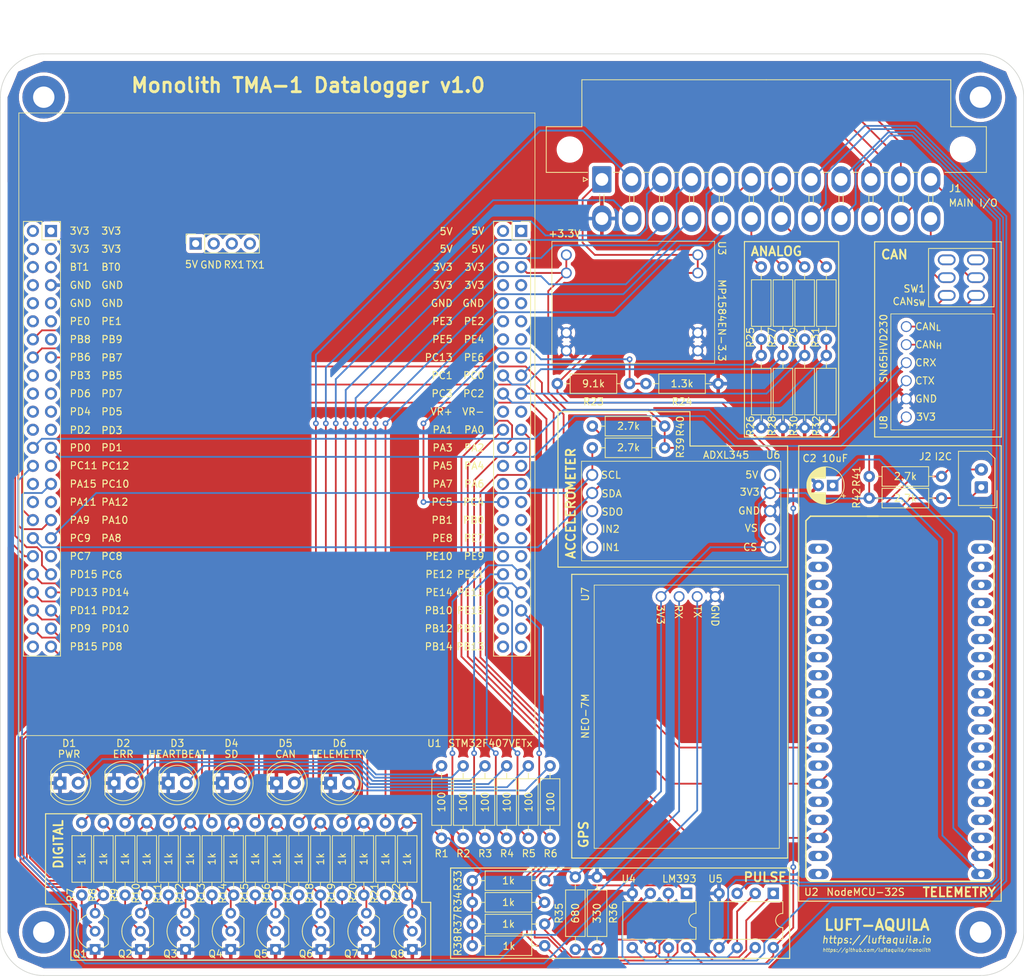
<source format=kicad_pcb>
(kicad_pcb (version 20221018) (generator pcbnew)
  (layers (0 "F.Cu" signal) (31 "B.Cu" signal) (34 "B.Paste" user) (35 "F.Paste" user) (36 "B.SilkS" user "B.Silkscreen") (37 "F.SilkS" user "F.Silkscreen") (38 "B.Mask" user) (39 "F.Mask" user) (44 "Edge.Cuts" user))
  (net 0 "")
  (net 1 "Net-(U8-CANL)")
  (net 2 "/CANL")
  (net 3 "Net-(U8-CANH)")
  (net 4 "/CANH")
  (net 5 "/STM_AIN0")
  (net 6 "/STM_AIN1")
  (net 7 "/STM_AIN2")
  (net 8 "/STM_AIN3")
  (net 9 "/STM_PIN0")
  (net 10 "/STM_PIN1")
  (net 11 "/STM_PIN2")
  (net 12 "/STM_PIN3")
  (net 14 "/LED_{ERR}")
  (net 15 "/LED_{HEARTBEAT}")
  (net 16 "/LED_{SD}")
  (net 17 "/LED_{CAN}")
  (net 18 "/LED_{TELEMETRY}")
  (net 21 "/STM_DIN2")
  (net 22 "/STM_DIN3")
  (net 23 "/STM_DIN4")
  (net 24 "/STM_DIN5")
  (net 25 "/STM_DIN6")
  (net 26 "/LOG_UART_TX")
  (net 27 "/LOG_UART_RX")
  (net 28 "/ACC_I2C_SDA")
  (net 29 "/ACC_I2C_SCL")
  (net 30 "/DEBUG_UART_TX")
  (net 31 "/DEBUG_UART_RX")
  (net 32 "/GPS_UART_TX")
  (net 33 "/CRX")
  (net 34 "/CTX")
  (net 37 "/ESP_I2C_SCL")
  (net 38 "/ESP_I2C_SDA")
  (net 40 "/ESP_COMM")
  (net 41 "+3.3V")
  (net 42 "GND")
  (net 43 "Net-(C2-Pad1)")
  (net 77 "VBUS")
  (net 78 "/GPS_UART_RX")
  (net 84 "VAA")
  (net 85 "Net-(D1-A)")
  (net 86 "Net-(D2-A)")
  (net 87 "Net-(D3-A)")
  (net 88 "Net-(D4-A)")
  (net 89 "Net-(D5-A)")
  (net 90 "Net-(D6-A)")
  (net 91 "/STM_DIN0")
  (net 92 "/DIN0")
  (net 93 "Net-(Q1-B)")
  (net 94 "/DIN1")
  (net 95 "Net-(Q2-B)")
  (net 96 "/STM_DIN1")
  (net 97 "/DIN2")
  (net 98 "Net-(Q3-B)")
  (net 99 "/DIN3")
  (net 100 "Net-(Q4-B)")
  (net 101 "/DIN4")
  (net 102 "Net-(Q5-B)")
  (net 103 "/DIN6")
  (net 104 "Net-(Q6-B)")
  (net 105 "/DIN5")
  (net 106 "Net-(Q7-B)")
  (net 107 "/DIN7")
  (net 108 "Net-(Q8-B)")
  (net 109 "/STM_DIN7")
  (net 110 "/V_{SENSE}")
  (net 111 "/AIN0")
  (net 112 "/AIN1")
  (net 113 "/AIN2")
  (net 114 "/AIN3")
  (net 115 "/PIN0")
  (net 116 "/PIN1")
  (net 117 "/PIN2")
  (net 118 "/PIN3")
  (footprint "footprints:NODEMCU32S" (layer "F.Cu") (at 198.628 120.483 180)
    (fp_text reference "U2")
    (fp_text value "NodeMCU-32S")
  )
  (footprint "Resistor_THT:R_Axial_DIN0207_L6.3mm_D2.5mm_P10.16mm_Horizontal" (layer "F.Cu") (at 149.86 139.827 90)
    (fp_text reference "R6")
    (fp_text value "100")
  )
  (footprint "Package_TO_SOT_THT:TO-92_Inline_Wide" (layer "F.Cu") (at 111.306 155.448 90)
    (fp_text reference "Q5")
    (fp_text value "2N3904")
  )
  (footprint "Resistor_THT:R_Axial_DIN0207_L6.3mm_D2.5mm_P10.16mm_Horizontal" (layer "F.Cu") (at 140.716 139.827 90)
    (fp_text reference "R3")
    (fp_text value "100")
  )
  (footprint "Resistor_THT:R_Axial_DIN0207_L6.3mm_D2.5mm_P10.16mm_Horizontal" (layer "F.Cu") (at 143.764 139.827 90)
    (fp_text reference "R4")
    (fp_text value "100")
  )
  (footprint "Resistor_THT:R_Axial_DIN0207_L6.3mm_D2.5mm_P10.16mm_Horizontal" (layer "F.Cu") (at 117.602 137.668 -90)
    (fp_text reference "R18")
    (fp_text value "1k")
  )
  (footprint "LED_THT:LED_D5.0mm_FlatTop" (layer "F.Cu") (at 103.826 132.08)
    (fp_text reference "D4")
    (fp_text value "SD")
  )
  (footprint "Resistor_THT:R_Axial_DIN0207_L6.3mm_D2.5mm_P10.16mm_Horizontal" (layer "F.Cu") (at 138.938 154.94)
    (fp_text reference "R38")
    (fp_text value "1k")
  )
  (footprint "Resistor_THT:R_Axial_DIN0207_L6.3mm_D2.5mm_P10.16mm_Horizontal" (layer "F.Cu") (at 120.65 137.668 -90)
    (fp_text reference "R19")
    (fp_text value "1k")
  )
  (footprint "Resistor_THT:R_Axial_DIN0207_L6.3mm_D2.5mm_P10.16mm_Horizontal" (layer "F.Cu") (at 87.122 137.668 -90)
    (fp_text reference "R8")
    (fp_text value "1k")
  )
  (footprint "Resistor_THT:R_Axial_DIN0207_L6.3mm_D2.5mm_P10.16mm_Horizontal" (layer "F.Cu") (at 194.691 92.035)
    (fp_text reference "R42")
    (fp_text value "2.7k")
  )
  (footprint "Resistor_THT:R_Axial_DIN0207_L6.3mm_D2.5mm_P10.16mm_Horizontal" (layer "F.Cu") (at 188.6712 59.5376 -90)
    (fp_text reference "R31")
    (fp_text value "470")
  )
  (footprint "Resistor_THT:R_Axial_DIN0207_L6.3mm_D2.5mm_P10.16mm_Horizontal" (layer "F.Cu") (at 188.6712 71.9836 -90)
    (fp_text reference "R32")
    (fp_text value "910")
  )
  (footprint "LED_THT:LED_D5.0mm_FlatTop" (layer "F.Cu") (at 111.426 132.08)
    (fp_text reference "D5")
    (fp_text value "CAN")
  )
  (footprint "Resistor_THT:R_Axial_DIN0207_L6.3mm_D2.5mm_P10.16mm_Horizontal" (layer "F.Cu") (at 138.938 151.892)
    (fp_text reference "R37")
    (fp_text value "1k")
  )
  (footprint "LED_THT:LED_D5.0mm_FlatTop" (layer "F.Cu") (at 96.226 132.08)
    (fp_text reference "D3")
    (fp_text value "HEARTBEAT")
  )
  (footprint "Resistor_THT:R_Axial_DIN0207_L6.3mm_D2.5mm_P10.16mm_Horizontal" (layer "F.Cu") (at 114.554 137.668 -90)
    (fp_text reference "R17")
    (fp_text value "1k")
  )
  (footprint "footprints:GPS_MODULE" (layer "F.Cu") (at 169.291 123.571 -90)
    (fp_text reference "U7")
    (fp_text value "NEO-7M")
  )
  (footprint "Resistor_THT:R_Axial_DIN0207_L6.3mm_D2.5mm_P10.16mm_Horizontal" (layer "F.Cu") (at 185.6232 59.5376 -90)
    (fp_text reference "R29")
    (fp_text value "470")
  )
  (footprint "Resistor_THT:R_Axial_DIN0207_L6.3mm_D2.5mm_P10.16mm_Horizontal" (layer "F.Cu") (at 153.416 145.288 -90)
    (fp_text reference "R35")
    (fp_text value "680")
  )
  (footprint "Resistor_THT:R_Axial_DIN0207_L6.3mm_D2.5mm_P10.16mm_Horizontal" (layer "F.Cu") (at 90.17 137.668 -90)
    (fp_text reference "R9")
    (fp_text value "1k")
  )
  (footprint "Package_TO_SOT_THT:TO-92_Inline_Wide" (layer "F.Cu") (at 117.656 155.448 90)
    (fp_text reference "Q6")
    (fp_text value "2N3904")
  )
  (footprint "Package_TO_SOT_THT:TO-92_Inline_Wide" (layer "F.Cu") (at 124.058 155.448 90)
    (fp_text reference "Q7")
    (fp_text value "2N3904")
  )
  (footprint "Package_DIP:DIP-8_W7.62mm" (layer "F.Cu") (at 181.219 147.584 -90)
    (fp_text reference "U5")
    (fp_text value "LM393" hide)
  )
  (footprint "Resistor_THT:R_Axial_DIN0207_L6.3mm_D2.5mm_P10.16mm_Horizontal" (layer "F.Cu") (at 182.5752 59.5376 -90)
    (fp_text reference "R27")
    (fp_text value "470")
  )
  (footprint "Resistor_THT:R_Axial_DIN0207_L6.3mm_D2.5mm_P10.16mm_Horizontal" (layer "F.Cu") (at 194.691 88.987)
    (fp_text reference "R41")
    (fp_text value "2.7k")
  )
  (footprint "footprints:TOGGLE_SWITCH" (layer "F.Cu") (at 203.0016 68.9824)
    (fp_text reference "SW1")
    (fp_text value "CAN_{SW}")
  )
  (footprint "Resistor_THT:R_Axial_DIN0207_L6.3mm_D2.5mm_P10.16mm_Horizontal" (layer "F.Cu") (at 105.41 137.668 -90)
    (fp_text reference "R14")
    (fp_text value "1k")
  )
  (footprint "MountingHole:MountingHole_3mm_Pad" (layer "F.Cu") (at 78.74 35.687)
    (fp_text reference "REF**" hide)
    (fp_text value "MountingHole_3mm_Pad" hide)
  )
  (footprint "MountingHole:MountingHole_3mm_Pad" (layer "F.Cu") (at 210.312 35.687)
    (fp_text reference "REF**" hide)
    (fp_text value "MountingHole_3mm_Pad" hide)
  )
  (footprint "Resistor_THT:R_Axial_DIN0207_L6.3mm_D2.5mm_P10.16mm_Horizontal" (layer "F.Cu") (at 108.458 137.668 -90)
    (fp_text reference "R15")
    (fp_text value "1k")
  )
  (footprint "Resistor_THT:R_Axial_DIN0207_L6.3mm_D2.5mm_P10.16mm_Horizontal" (layer "F.Cu") (at 163.322 75.946)
    (fp_text reference "R24")
    (fp_text value "1.3k")
  )
  (footprint "Resistor_THT:R_Axial_DIN0207_L6.3mm_D2.5mm_P10.16mm_Horizontal" (layer "F.Cu") (at 137.654 139.827 90)
    (fp_text reference "R2")
    (fp_text value "100")
  )
  (footprint "footprints:SN65HVD230_MODULE" (layer "F.Cu") (at 205.1304 74.9046)
    (fp_text reference "U8")
    (fp_text value "SN65HVD230")
  )
  (footprint "MountingHole:MountingHole_3mm_Pad" (layer "F.Cu") (at 210.312 153.035)
    (fp_text reference "REF**" hide)
    (fp_text value "MountingHole_3mm_Pad" hide)
  )
  (footprint "Resistor_THT:R_Axial_DIN0207_L6.3mm_D2.5mm_P10.16mm_Horizontal" (layer "F.Cu") (at 96.266 137.668 -90)
    (fp_text reference "R11")
    (fp_text value "1k")
  )
  (footprint "Resistor_THT:R_Axial_DIN0207_L6.3mm_D2.5mm_P10.16mm_Horizontal" (layer "F.Cu") (at 150.876 75.946)
    (fp_text reference "R23")
    (fp_text value "9.1k")
  )
  (footprint "Resistor_THT:R_Axial_DIN0207_L6.3mm_D2.5mm_P10.16mm_Horizontal" (layer "F.Cu") (at 126.746 137.668 -90)
    (fp_text reference "R21")
    (fp_text value "1k")
  )
  (footprint "Resistor_THT:R_Axial_DIN0207_L6.3mm_D2.5mm_P10.16mm_Horizontal" (layer "F.Cu") (at 179.5272 71.9836 -90)
    (fp_text reference "R26")
    (fp_text value "910")
  )
  (footprint "Package_TO_SOT_THT:TO-92_Inline_Wide" (layer "F.Cu") (at 92.308 155.448 90)
    (fp_text reference "Q2")
    (fp_text value "2N3904")
  )
  (footprint "Resistor_THT:R_Axial_DIN0207_L6.3mm_D2.5mm_P10.16mm_Horizontal" (layer "F.Cu") (at 102.362 137.668 -90)
    (fp_text reference "R13")
    (fp_text value "1k")
  )
  (footprint "Resistor_THT:R_Axial_DIN0207_L6.3mm_D2.5mm_P10.16mm_Horizontal" (layer "F.Cu") (at 185.6232 71.9836 -90)
    (fp_text reference "R30")
    (fp_text value "910")
  )
  (footprint "Connector_Molex:Molex_SPOX_5267-02A_1x02_P2.50mm_Vertical" (layer "F.Cu") (at 210.439 90.511 90)
    (fp_text reference "J2")
    (fp_text value "I2C")
  )
  (footprint "Resistor_THT:R_Axial_DIN0207_L6.3mm_D2.5mm_P10.16mm_Horizontal" (layer "F.Cu") (at 138.938 145.796)
    (fp_text reference "R33")
    (fp_text value "1k")
  )
  (footprint "Package_TO_SOT_THT:TO-92_Inline_Wide" (layer "F.Cu") (at 98.658 155.448 90)
    (fp_text reference "Q3")
    (fp_text value "2N3904")
  )
  (footprint "Resistor_THT:R_Axial_DIN0207_L6.3mm_D2.5mm_P10.16mm_Horizontal" (layer "F.Cu") (at 182.5752 71.9836 -90)
    (fp_text reference "R28")
    (fp_text value "910")
  )
  (footprint "Resistor_THT:R_Axial_DIN0207_L6.3mm_D2.5mm_P10.16mm_Horizontal" (layer "F.Cu") (at 146.812 139.827 90)
    (fp_text reference "R5")
    (fp_text value "100")
  )
  (footprint "Resistor_THT:R_Axial_DIN0207_L6.3mm_D2.5mm_P10.16mm_Horizontal" (layer "F.Cu") (at 165.959 81.915 180)
    (fp_text reference "R40")
    (fp_text value "2.7k")
  )
  (footprint "Package_TO_SOT_THT:TO-92_Inline_Wide" (layer "F.Cu") (at 130.512 155.448 90)
    (fp_text reference "Q8")
    (fp_text value "2N3904")
  )
  (footprint "Resistor_THT:R_Axial_DIN0207_L6.3mm_D2.5mm_P10.16mm_Horizontal" (layer "F.Cu") (at 156.464 155.448 90)
    (fp_text reference "R36")
    (fp_text value "330")
  )
  (footprint "Resistor_THT:R_Axial_DIN0207_L6.3mm_D2.5mm_P10.16mm_Horizontal" (layer "F.Cu") (at 179.5272 59.5376 -90)
    (fp_text reference "R25")
    (fp_text value "470")
  )
  (footprint "Resistor_THT:R_Axial_DIN0207_L6.3mm_D2.5mm_P10.16mm_Horizontal" (layer "F.Cu") (at 93.218 137.668 -90)
    (fp_text reference "R10")
    (fp_text value "1k")
  )
  (footprint "footprints:ADXL345_MODULE" (layer "F.Cu") (at 168.753 94.376)
    (fp_text reference "U6")
    (fp_text value "ADXL345")
  )
  (footprint "LED_THT:LED_D5.0mm_FlatTop" (layer "F.Cu") (at 88.626 132.08)
    (fp_text reference "D2")
    (fp_text value "ERR")
  )
  (footprint "LED_THT:LED_D5.0mm_FlatTop" (layer "F.Cu") (at 81.026 132.08)
    (fp_text reference "D1")
    (fp_text value "PWR")
  )
  (footprint "Connector_Molex:Molex_Mini-Fit_Jr_5569-24A1_2x12_P4.20mm_Horizontal" (layer "F.Cu") (at 157.136 47.244)
    (fp_text reference "J1")
    (fp_text value "MAIN I/O")
  )
  (footprint "Package_DIP:DIP-8_W7.62mm" (layer "F.Cu") (at 169.027 147.584 -90)
    (fp_text reference "U4")
    (fp_text value "LM393")
  )
  (footprint "Resistor_THT:R_Axial_DIN0207_L6.3mm_D2.5mm_P10.16mm_Horizontal" (layer "F.Cu") (at 134.62 139.827 90)
    (fp_text reference "R1")
    (fp_text value "100")
  )
  (footprint "Resistor_THT:R_Axial_DIN0207_L6.3mm_D2.5mm_P10.16mm_Horizontal" (layer "F.Cu") (at 165.959 84.963 180)
    (fp_text reference "R39")
    (fp_text value "2.7k")
  )
  (footprint "Resistor_THT:R_Axial_DIN0207_L6.3mm_D2.5mm_P10.16mm_Horizontal" (layer "F.Cu") (at 123.698 137.668 -90)
    (fp_text reference "R20")
    (fp_text value "1k")
  )
  (footprint "footprints:MP1584EN_MODULE" (layer "F.Cu") (at 161.925 64.8335)
    (fp_text reference "U3")
    (fp_text value "MP1584EN-3.3")
  )
  (footprint "Package_TO_SOT_THT:TO-92_Inline_Wide" (layer "F.Cu") (at 105.008 155.448 90)
    (fp_text reference "Q4")
    (fp_text value "2N3904")
  )
  (footprint "Capacitor_THT:CP_Radial_D5.0mm_P2.00mm" (layer "F.Cu") (at 189.550113 90.257 180)
    (fp_text reference "C2")
    (fp_text value "10uF")
  )
  (footprint "Resistor_THT:R_Axial_DIN0207_L6.3mm_D2.5mm_P10.16mm_Horizontal" (layer "F.Cu") (at 129.794 137.668 -90)
    (fp_text reference "R22")
    (fp_text value "1k")
  )
  (footprint "MountingHole:MountingHole_3mm_Pad" (layer "F.Cu") (at 78.74 153.035)
    (fp_text reference "REF**" hide)
    (fp_text value "MountingHole_3mm_Pad" hide)
  )
  (footprint "LED_THT:LED_D5.0mm_FlatTop" (layer "F.Cu") (at 119.026 132.08)
    (fp_text reference "D6")
    (fp_text value "TELEMETRY")
  )
  (footprint "Resistor_THT:R_Axial_DIN0207_L6.3mm_D2.5mm_P10.16mm_Horizontal" (layer "F.Cu") (at 111.506 137.668 -90)
    (fp_text reference "R16")
    (fp_text value "1k")
  )
  (footprint "footprints:STM32F407_HOLDER" (layer "F.Cu") (at 110.236 82.042)
    (fp_text reference "U1")
    (fp_text value "STM32F407VETx")
  )
  (footprint "Resistor_THT:R_Axial_DIN0207_L6.3mm_D2.5mm_P10.16mm_Horizontal" (layer "F.Cu") (at 138.938 148.844)
    (fp_text reference "R34")
    (fp_text value "1k")
  )
  (footprint "Resistor_THT:R_Axial_DIN0207_L6.3mm_D2.5mm_P10.16mm_Horizontal" (layer "F.Cu") (at 84.074 137.668 -90)
    (fp_text reference "R7")
    (fp_text value "1k")
  )
  (footprint "Resistor_THT:R_Axial_DIN0207_L6.3mm_D2.5mm_P10.16mm_Horizontal" (layer "F.Cu") (at 99.314 137.668 -90)
    (fp_text reference "R12")
    (fp_text value "1k")
  )
  (footprint "Package_TO_SOT_THT:TO-92_Inline_Wide" (layer "F.Cu") (at 85.958 155.448 90)
    (fp_text reference "Q1")
    (fp_text value "2N3904")
  )
  (gr_line (start 177.165 57.277) (end 177.165 83.439) (stroke (width 0.15)) (layer "F.SilkS"))
  (gr_line (start 190.3984 66.167) (end 190.3984 83.439) (stroke (width 0.15)) (layer "F.SilkS"))
  (gr_line (start 183.515 156.718) (end 183.515 144.018) (stroke (width 0.15)) (layer "F.SilkS"))
  (gr_line (start 131.826 136.398) (end 131.826 148.844) (stroke (width 0.15)) (layer "F.SilkS"))
  (gr_line (start 177.165 83.439) (end 190.3984 83.439) (stroke (width 0.15)) (layer "F.SilkS"))
  (gr_line (start 133.096 156.972) (end 82.55 156.972) (stroke (width 0.15)) (layer "F.SilkS"))
  (gr_line (start 150.973 79.883) (end 150.973 101.727) (stroke (width 0.15)) (layer "F.SilkS"))
  (gr_line (start 78.994 136.398) (end 131.826 136.398) (stroke (width 0.15)) (layer "F.SilkS"))
  (gr_line (start 82.55 156.972) (end 82.55 149.098) (stroke (width 0.15)) (layer "F.SilkS"))
  (gr_line (start 133.096 156.972) (end 133.096 156.972) (stroke (width 0.15)) (layer "F.SilkS"))
  (gr_line (start 195.453 83.439) (end 213.233 83.439) (stroke (width 0.15)) (layer "F.SilkS"))
  (gr_line (start 190.3984 55.9816) (end 190.3984 66.167) (stroke (width 0.15)) (layer "F.SilkS"))
  (gr_line (start 213.233 83.439) (end 213.233 56.007) (stroke (width 0.15)) (layer "F.SilkS"))
  (gr_line (start 213.233 56.007) (end 195.453 56.007) (stroke (width 0.15)) (layer "F.SilkS"))
  (gr_line (start 150.973 101.727) (end 183.231 101.727) (stroke (width 0.15)) (layer "F.SilkS"))
  (gr_line (start 213.233 147.153) (end 213.233 148.677) (stroke (width 0.15)) (layer "F.SilkS"))
  (gr_line (start 169.515 84.709) (end 169.515 79.883) (stroke (width 0.15)) (layer "F.SilkS"))
  (gr_line (start 78.994 149.098) (end 78.994 136.398) (stroke (width 0.15)) (layer "F.SilkS"))
  (gr_line (start 183.2356 102.743) (end 183.2356 142.621) (stroke (width 0.15)) (layer "F.SilkS"))
  (gr_line (start 152.908 102.743) (end 183.2356 102.743) (stroke (width 0.15)) (layer "F.SilkS"))
  (gr_line (start 169.515 79.883) (end 150.973 79.883) (stroke (width 0.15)) (layer "F.SilkS"))
  (gr_line (start 131.826 148.844) (end 133.096 148.844) (stroke (width 0.15)) (layer "F.SilkS"))
  (gr_line (start 152.908 142.621) (end 152.908 102.743) (stroke (width 0.15)) (layer "F.SilkS"))
  (gr_line (start 183.231 84.709) (end 169.515 84.709) (stroke (width 0.15)) (layer "F.SilkS"))
  (gr_line (start 183.2356 142.621) (end 152.908 142.621) (stroke (width 0.15)) (layer "F.SilkS"))
  (gr_line (start 184.785 84.669) (end 213.233 84.669) (stroke (width 0.15)) (layer "F.SilkS"))
  (gr_line (start 177.165 55.9816) (end 177.165 57.277) (stroke (width 0.15)) (layer "F.SilkS"))
  (gr_line (start 213.233 84.669) (end 213.233 147.153) (stroke (width 0.15)) (layer "F.SilkS"))
  (gr_line (start 183.515 144.018) (end 135.89 144.018) (stroke (width 0.15)) (layer "F.SilkS"))
  (gr_line (start 135.89 144.018) (end 135.89 156.718) (stroke (width 0.15)) (layer "F.SilkS"))
  (gr_line (start 82.55 149.098) (end 78.994 149.098) (stroke (width 0.15)) (layer "F.SilkS"))
  (gr_line (start 177.165 55.9816) (end 190.3984 55.9816) (stroke (width 0.15)) (layer "F.SilkS"))
  (gr_line (start 195.453 56.007) (end 195.453 83.439) (stroke (width 0.15)) (layer "F.SilkS"))
  (gr_line (start 183.231 101.727) (end 183.231 84.709) (stroke (width 0.15)) (layer "F.SilkS"))
  (gr_line (start 213.233 148.677) (end 184.785 148.677) (stroke (width 0.15)) (layer "F.SilkS"))
  (gr_line (start 184.785 148.677) (end 184.785 84.669) (stroke (width 0.15)) (layer "F.SilkS"))
  (gr_line (start 135.89 156.718) (end 183.515 156.718) (stroke (width 0.15)) (layer "F.SilkS"))
  (gr_line (start 133.096 148.844) (end 133.096 156.972) (stroke (width 0.15)) (layer "F.SilkS"))
  (gr_line (start 210.312 159.131) (end 78.74 159.131) (stroke (width 0.1)) (layer "Edge.Cuts"))
  (gr_arc (start 210.312 29.591) (mid 214.622523 31.376477) (end 216.408 35.687) (stroke (width 0.1)) (layer "Edge.Cuts"))
  (gr_line (start 78.74 29.591) (end 210.312 29.591) (stroke (width 0.1)) (layer "Edge.Cuts"))
  (gr_arc (start 78.74 159.131) (mid 74.429477 157.345523) (end 72.644 153.035) (stroke (width 0.1)) (layer "Edge.Cuts"))
  (gr_arc (start 216.408 153.035) (mid 214.622523 157.345523) (end 210.312 159.131) (stroke (width 0.1)) (layer "Edge.Cuts"))
  (gr_line (start 72.644 153.035) (end 72.644 35.687) (stroke (width 0.1)) (layer "Edge.Cuts"))
  (gr_arc (start 72.644 35.687) (mid 74.429477 31.376477) (end 78.74 29.591) (stroke (width 0.1)) (layer "Edge.Cuts"))
  (gr_line (start 216.408 35.687) (end 216.408 153.035) (stroke (width 0.1)) (layer "Edge.Cuts"))
  (gr_text "PULSE" (at 176.911 146.05) (layer "F.SilkS") (effects (font (size 1.27 1.27) (thickness 0.254) bold) (justify left bottom)))
  (gr_text "TELEMETRY" (at 202.057 148.169) (layer "F.SilkS") (effects (font (size 1.27 1.27) (thickness 0.254) bold) (justify left bottom)))
  (gr_text "LUFT-AQUILA" (at 188.214 152.908) (layer "F.SilkS") (effects (font (size 1.5 1.5) (thickness 0.3) bold) (justify left bottom)))
  (gr_text "GPS" (at 155.321 141.351 90) (layer "F.SilkS") (effects (font (size 1.27 1.27) (thickness 0.254) bold) (justify left bottom)))
  (gr_text "Monolith TMA-1 Datalogger v1.0" (at 90.805 35.179) (layer "F.SilkS") (effects (font (size 2 2) (thickness 0.4) bold) (justify left bottom)))
  (gr_text "DIGITAL" (at 81.534 144.272 90) (layer "F.SilkS") (effects (font (size 1.27 1.27) (thickness 0.254) bold) (justify left bottom)))
  (gr_text "CAN" (at 196.215 58.547) (layer "F.SilkS") (effects (font (size 1.27 1.27) (thickness 0.254) bold) (justify left bottom)))
  (gr_text "https://github.com/luftaquila/monolith" (at 188.087 155.829) (layer "F.SilkS") (effects (font (size 0.5 0.5) (thickness 0.08) italic) (justify left bottom)))
  (gr_text "https://luftaquila.io" (at 187.96 154.686) (layer "F.SilkS") (effects (font (size 1 1) (thickness 0.15) italic) (justify left bottom)))
  (gr_text "ANALOG" (at 177.927 58.0898) (layer "F.SilkS") (effects (font (size 1.27 1.27) (thickness 0.254) bold) (justify left bottom)))
  (gr_text "ACCELEROMETER" (at 153.513 100.711 90) (layer "F.SilkS") (effects (font (size 1.27 1.27) (thickness 0.254) bold) (justify left bottom)))
  (segment (start 205.577 63.547) (end 201.201 67.923) (width 0.25) (layer "F.Cu") (net 1))
  (segment (start 201.201 67.923) (end 199.898 67.923) (width 0.25) (layer "F.Cu") (net 1))
  (segment (start 203.336 52.744) (end 203.336 60.08) (width 0.25) (layer "F.Cu") (net 2))
  (segment (start 203.336 60.08) (end 204.303 61.047) (width 0.25) (layer "F.Cu") (net 2))
  (segment (start 204.303 61.047) (end 205.577 61.047) (width 0.25) (layer "F.Cu") (net 2))
  (segment (start 209.677 63.547) (end 202.761 70.463) (width 0.25) (layer "F.Cu") (net 3))
  (segment (start 202.761 70.463) (end 199.898 70.463) (width 0.25) (layer "F.Cu") (net 3))
  (segment (start 203.336 47.244) (end 207.772 51.68) (width 0.25) (layer "F.Cu") (net 4))
  (segment (start 208.875 61.047) (end 209.677 61.047) (width 0.25) (layer "F.Cu") (net 4))
  (segment (start 207.772 51.68) (end 207.772 59.944) (width 0.25) (layer "F.Cu") (net 4))
  (segment (start 207.772 59.944) (end 208.875 61.047) (width 0.25) (layer "F.Cu") (net 4))
  (segment (start 179.5272 69.6976) (end 179.5272 71.9836) (width 0.25) (layer "F.Cu") (net 5))
  (segment (start 178.2318 73.279) (end 179.5272 71.9836) (width 0.25) (layer "B.Cu") (net 5))
  (segment (start 147.3222 73.279) (end 178.2318 73.279) (width 0.25) (layer "B.Cu") (net 5))
  (segment (start 145.7982 74.803) (end 147.3222 73.279) (width 0.25) (layer "B.Cu") (net 5))
  (segment (start 182.5752 69.6976) (end 182.5752 71.9836) (width 0.25) (layer "F.Cu") (net 6))
  (segment (start 143.2582 74.803) (end 144.5282 76.073) (width 0.25) (layer "B.Cu") (net 6))
  (segment (start 180.6448 73.914) (end 182.5752 71.9836) (width 0.25) (layer "B.Cu") (net 6))
  (segment (start 148.59 73.914) (end 180.6448 73.914) (width 0.25) (layer "B.Cu") (net 6))
  (segment (start 146.431 76.073) (end 148.59 73.914) (width 0.25) (layer "B.Cu") (net 6))
  (segment (start 144.5282 76.073) (end 146.431 76.073) (width 0.25) (layer "B.Cu") (net 6))
  (segment (start 185.6232 69.6976) (end 185.6232 71.9836) (width 0.25) (layer "F.Cu") (net 7))
  (segment (start 180.2638 77.343) (end 145.7982 77.343) (width 0.25) (layer "B.Cu") (net 7))
  (segment (start 185.6232 71.9836) (end 180.2638 77.343) (width 0.25) (layer "B.Cu") (net 7))
  (segment (start 188.6712 69.6976) (end 188.6712 71.9836) (width 0.25) (layer "F.Cu") (net 8))
  (segment (start 143.2582 77.343) (end 144.5282 78.613) (width 0.25) (layer "B.Cu") (net 8))
  (segment (start 144.5282 78.613) (end 182.0418 78.613) (width 0.25) (layer "B.Cu") (net 8))
  (segment (start 182.0418 78.613) (end 188.6712 71.9836) (width 0.25) (layer "B.Cu") (net 8))
  (segment (start 147.066 88.011) (end 147.066 83.6908) (width 0.25) (layer "F.Cu") (net 9))
  (segment (start 140.081 114.427) (end 140.081 91.186) (width 0.25) (layer "F.Cu") (net 9))
  (segment (start 169.027 147.584) (end 167.902 146.459) (width 0.25) (layer "F.Cu") (net 9))
  (segment (start 156.337 138.557) (end 156.337 130.683) (width 0.25) (layer "F.Cu") (net 9))
  (segment (start 149.098 145.796) (end 156.337 138.557) (width 0.25) (layer "F.Cu") (net 9))
  (segment (start 146.304 88.773) (end 147.066 88.011) (width 0.25) (layer "F.Cu") (net 9))
  (segment (start 140.081 91.186) (end 142.494 88.773) (width 0.25) (layer "F.Cu") (net 9))
  (segment (start 142.494 88.773) (end 146.304 88.773) (width 0.25) (layer "F.Cu") (net 9))
  (segment (start 147.066 83.6908) (end 145.7982 82.423) (width 0.25) (layer "F.Cu") (net 9))
  (segment (start 149.761 146.459) (end 149.098 145.796) (width 0.25) (layer "F.Cu") (net 9))
  (segment (start 156.337 130.683) (end 140.081 114.427) (width 0.25) (layer "F.Cu") (net 9))
  (segment (start 167.902 146.459) (end 149.761 146.459) (width 0.25) (layer "F.Cu") (net 9))
  (segment (start 166.487 155.204) (end 166.487 156.472604) (width 0.25) (layer "F.Cu") (net 10))
  (segment (start 138.303 87.3782) (end 143.2582 82.423) (width 0.25) (layer "F.Cu") (net 10))
  (segment (start 149.098 148.844) (end 147.066 146.812) (width 0.25) (layer "F.Cu") (net 10))
  (segment (start 149.545991 153.797) (end 147.701 153.797) (width 0.25) (layer "F.Cu") (net 10))
  (segment (start 138.303 114.3) (end 138.303 87.3782) (width 0.25) (layer "F.Cu") (net 10))
  (segment (start 147.066 146.812) (end 147.066 145.414302) (width 0.25) (layer "F.Cu") (net 10))
  (segment (start 166.487 156.472604) (end 165.936604 157.023) (width 0.25) (layer "F.Cu") (net 10))
  (segment (start 151.841 156.100387) (end 151.841 156.092009) (width 0.25) (layer "F.Cu") (net 10))
  (segment (start 155.067 137.413302) (end 155.067 131.064) (width 0.25) (layer "F.Cu") (net 10))
  (segment (start 165.936604 157.023) (end 152.763613 157.023) (width 0.25) (layer "F.Cu") (net 10))
  (segment (start 147.701 150.241) (end 149.098 148.844) (width 0.25) (layer "F.Cu") (net 10))
  (segment (start 147.066 145.414302) (end 155.067 137.413302) (width 0.25) (layer "F.Cu") (net 10))
  (segment (start 147.701 153.797) (end 147.701 150.241) (width 0.25) (layer "F.Cu") (net 10))
  (segment (start 152.763613 157.023) (end 151.841 156.100387) (width 0.25) (layer "F.Cu") (net 10))
  (segment (start 155.067 131.064) (end 138.303 114.3) (width 0.25) (layer "F.Cu") (net 10))
  (segment (start 151.841 156.092009) (end 149.545991 153.797) (width 0.25) (layer "F.Cu") (net 10))
  (segment (start 139.192 114.3) (end 139.192 89.535) (width 0.25) (layer "F.Cu") (net 11))
  (segment (start 155.702 130.81) (end 139.192 114.3) (width 0.25) (layer "F.Cu") (net 11))
  (segment (start 142.494 86.233) (end 144.5282 86.233) (width 0.25) (layer "F.Cu") (net 11))
  (segment (start 173.217 156.58) (end 176.353991 156.58) (width 0.25) (layer "F.Cu") (net 11))
  (segment (start 152.950009 156.573) (end 164.61 156.573) (width 0.25) (layer "F.Cu") (net 11))
  (segment (start 152.291 155.905613) (end 152.291 155.913991) (width 0.25) (layer "F.Cu") (net 11))
  (segment (start 165.227 154.873009) (end 166.811009 153.289) (width 0.25) (layer "F.Cu") (net 11))
  (segment (start 155.702 137.541) (end 155.702 130.81) (width 0.25) (layer "F.Cu") (net 11))
  (segment (start 177.419 151.384) (end 181.219 147.584) (width 0.25) (layer "F.Cu") (net 11))
  (segment (start 152.291 155.913991) (end 152.950009 156.573) (width 0.25) (layer "F.Cu") (net 11))
  (segment (start 176.353991 156.58) (end 177.419 155.514991) (width 0.25) (layer "F.Cu") (net 11))
  (segment (start 144.5282 86.233) (end 145.7982 84.963) (width 0.25) (layer "F.Cu") (net 11))
  (segment (start 150.495 148.082) (end 149.733 147.32) (width 0.25) (layer "F.Cu") (net 11))
  (segment (start 165.227 155.956) (end 165.227 154.873009) (width 0.25) (layer "F.Cu") (net 11))
  (segment (start 139.192 89.535) (end 142.494 86.233) (width 0.25) (layer "F.Cu") (net 11))
  (segment (start 147.701 145.542) (end 155.702 137.541) (width 0.25) (layer "F.Cu") (net 11))
  (segment (start 166.811009 153.289) (end 169.926 153.289) (width 0.25) (layer "F.Cu") (net 11))
  (segment (start 177.419 155.514991) (end 177.419 151.384) (width 0.25) (layer "F.Cu") (net 11))
  (segment (start 164.61 156.573) (end 165.227 155.956) (width 0.25) (layer "F.Cu") (net 11))
  (segment (start 150.495 150.495) (end 150.495 148.082) (width 0.25) (layer "F.Cu") (net 11))
  (segment (start 147.701 146.431) (end 147.701 145.542) (width 0.25) (layer "F.Cu") (net 11))
  (segment (start 149.098 152.712613) (end 152.291 155.905613) (width 0.25) (layer "F.Cu") (net 11))
  (segment (start 149.733 147.32) (end 148.59 147.32) (width 0.25) (layer "F.Cu") (net 11))
  (segment (start 149.098 151.892) (end 149.098 152.712613) (width 0.25) (layer "F.Cu") (net 11))
  (segment (start 169.926 153.289) (end 173.217 156.58) (width 0.25) (layer "F.Cu") (net 11))
  (segment (start 149.098 151.892) (end 150.495 150.495) (width 0.25) (layer "F.Cu") (net 11))
  (segment (start 148.59 147.32) (end 147.701 146.431) (width 0.25) (layer "F.Cu") (net 11))
  (segment (start 166.123 157.473) (end 151.631 157.473) (width 0.25) (layer "F.Cu") (net 12))
  (segment (start 137.414 86.36) (end 142.621 81.153) (width 0.25) (layer "F.Cu") (net 12))
  (segment (start 151.631 157.473) (end 149.098 154.94) (width 0.25) (layer "F.Cu") (net 12))
  (segment (start 137.414 114.3) (end 137.414 86.36) (width 0.25) (layer "F.Cu") (net 12))
  (segment (start 176.853 157.03) (end 172.778 157.03) (width 0.25) (layer "F.Cu") (net 12))
  (segment (start 147.96663 154.94) (end 146.616 153.58937) (width 0.25) (layer "F.Cu") (net 12))
  (segment (start 169.614 153.866) (end 168.46 153.866) (width 0.25) (layer "F.Cu") (net 12))
  (segment (start 143.891 81.153) (end 144.526 81.788) (width 0.25) (layer "F.Cu") (net 12))
  (segment (start 139.319 116.205) (end 137.414 114.3) (width 0.25) (layer "F.Cu") (net 12))
  (segment (start 144.526 83.6952) (end 143.2582 84.963) (width 0.25) (layer "F.Cu") (net 12))
  (segment (start 167.767 155.829) (end 166.123 157.473) (width 0.25) (layer "F.Cu") (net 12))
  (segment (start 144.526 81.788) (end 144.526 83.6952) (width 0.25) (layer "F.Cu") (net 12))
  (segment (start 154.494802 131.382198) (end 139.319 116.206396) (width 0.25) (layer "F.Cu") (net 12))
  (segment (start 142.621 81.153) (end 143.891 81.153) (width 0.25) (layer "F.Cu") (net 12))
  (segment (start 168.46 153.866) (end 167.767 154.559) (width 0.25) (layer "F.Cu") (net 12))
  (segment (start 167.767 154.559) (end 167.767 155.829) (width 0.25) (layer "F.Cu") (net 12))
  (segment (start 154.494802 137.224198) (end 154.494802 131.382198) (width 0.25) (layer "F.Cu") (net 12))
  (segment (start 139.319 116.206396) (end 139.319 116.205) (width 0.25) (layer "F.Cu") (net 12))
  (segment (start 146.616 153.58937) (end 146.616 145.103) (width 0.25) (layer "F.Cu") (net 12))
  (segment (start 178.679 155.204) (end 176.853 157.03) (width 0.25) (layer "F.Cu") (net 12))
  (segment (start 146.616 145.103) (end 154.494802 137.224198) (width 0.25) (layer "F.Cu") (net 12))
  (segment (start 149.098 154.94) (end 147.96663 154.94) (width 0.25) (layer "F.Cu") (net 12))
  (segment (start 172.778 157.03) (end 169.614 153.866) (width 0.25) (layer "F.Cu") (net 12))
  (segment (start 137.654 139.827) (end 136.144 138.317) (width 0.25) (layer "F.Cu") (net 14))
  (segment (start 136.144 138.317) (end 136.144 138.176) (width 0.25) (layer "F.Cu") (net 14))
  (segment (start 136.144 138.176) (end 136.144 127.889) (width 0.25) (layer "F.Cu") (net 14))
  (via (at 136.144 127.889) (size 0.8) (drill 0.4) (layers "F.Cu" "B.Cu") (net 14))
  (segment (start 136.144 127.889) (end 136.144 106.553) (width 0.25) (layer "B.Cu") (net 14))
  (segment (start 141.224 101.473) (end 144.5282 101.473) (width 0.25) (layer "B.Cu") (net 14))
  (segment (start 144.5282 101.473) (end 145.7982 102.743) (width 0.25) (layer "B.Cu") (net 14))
  (segment (start 136.144 106.553) (end 141.224 101.473) (width 0.25) (layer "B.Cu") (net 14))
  (segment (start 139.192 138.303) (end 139.192 127.889) (width 0.25) (layer "F.Cu") (net 15))
  (segment (start 140.716 139.827) (end 139.192 138.303) (width 0.25) (layer "F.Cu") (net 15))
  (via (at 139.192 127.889) (size 0.8) (drill 0.4) (layers "F.Cu" "B.Cu") (net 15))
  (segment (start 139.192 127.889) (end 139.192 105.029) (width 0.25) (layer "B.Cu") (net 15))
  (segment (start 139.192 105.029) (end 141.478 102.743) (width 0.25) (layer "B.Cu") (net 15))
  (segment (start 141.478 102.743) (end 143.2582 102.743) (width 0.25) (layer "B.Cu") (net 15))
  (segment (start 142.24 138.049) (end 142.24 127.889) (width 0.25) (layer "F.Cu") (net 16))
  (segment (start 142.24 138.303) (end 142.24 138.049) (width 0.25) (layer "F.Cu") (net 16))
  (segment (start 143.764 139.827) (end 142.24 138.303) (width 0.25) (layer "F.Cu") (net 16))
  (via (at 142.24 127.889) (size 0.8) (drill 0.4) (layers "F.Cu" "B.Cu") (net 16))
  (segment (start 140.97 126.619) (end 140.97 105.664) (width 0.25) (layer "B.Cu") (net 16))
  (segment (start 142.24 127.889) (end 140.97 126.619) (width 0.25) (layer "B.Cu") (net 16))
  (segment (start 142.621 104.013) (end 144.5282 104.013) (width 0.25) (layer "B.Cu") (net 16))
  (segment (start 144.5282 104.013) (end 145.7982 105.283) (width 0.25) (layer "B.Cu") (net 16))
  (segment (start 140.97 105.664) (end 142.621 104.013) (width 0.25) (layer "B.Cu") (net 16))
  (segment (start 145.288 138.303) (end 145.288 138.176) (width 0.25) (layer "F.Cu") (net 17))
  (segment (start 146.812 139.827) (end 145.288 138.303) (width 0.25) (layer "F.Cu") (net 17))
  (segment (start 145.288 138.176) (end 145.288 127.889) (width 0.25) (layer "F.Cu") (net 17))
  (via (at 145.288 127.889) (size 0.8) (drill 0.4) (layers "F.Cu" "B.Cu") (net 17))
  (segment (start 144.526 127.127) (end 144.526 106.5508) (width 0.25) (layer "B.Cu") (net 17))
  (segment (start 144.526 106.5508) (end 143.2582 105.283) (width 0.25) (layer "B.Cu") (net 17))
  (segment (start 145.288 127.889) (end 144.526 127.127) (width 0.25) (layer "B.Cu") (net 17))
  (segment (start 148.336 138.303) (end 149.86 139.827) (width 0.25) (layer "F.Cu") (net 18))
  (segment (start 148.336 127.889) (end 148.336 138.303) (width 0.25) (layer "F.Cu") (net 18))
  (via (at 148.336 127.889) (size 0.8) (drill 0.4) (layers "F.Cu" "B.Cu") (net 18))
  (segment (start 148.336 110.3608) (end 145.7982 107.823) (width 0.25) (layer "B.Cu") (net 18))
  (segment (start 148.336 127.889) (end 148.336 110.3608) (width 0.25) (layer "B.Cu") (net 18))
  (segment (start 79.37502 145.803) (end 97.289 145.803) (width 0.25) (layer "F.Cu") (net 21))
  (segment (start 79.756 110.363) (end 81.65 112.257) (width 0.25) (layer "F.Cu") (net 21))
  (segment (start 98.658 148.484) (end 99.314 147.828) (width 0.25) (layer "F.Cu") (net 21))
  (segment (start 81.65 120.78102) (end 76.363 126.06802) (width 0.25) (layer "F.Cu") (net 21))
  (segment (start 98.658 150.368) (end 98.658 148.484) (width 0.25) (layer "F.Cu") (net 21))
  (segment (start 76.363 142.79098) (end 79.37502 145.803) (width 0.25) (layer "F.Cu") (net 21))
  (segment (start 81.65 112.257) (end 81.65 120.78102) (width 0.25) (layer "F.Cu") (net 21))
  (segment (start 76.363 126.06802) (end 76.363 142.79098) (width 0.25) (layer "F.Cu") (net 21))
  (segment (start 97.289 145.803) (end 99.314 147.828) (width 0.25) (layer "F.Cu") (net 21))
  (segment (start 76.813 126.254416) (end 82.1 120.967416) (width 0.25) (layer "F.Cu") (net 22))
  (segment (start 78.486 109.093) (end 77.216 107.823) (width 0.25) (layer "F.Cu") (net 22))
  (segment (start 79.496416 145.288) (end 76.813 142.604584) (width 0.25) (layer "F.Cu") (net 22))
  (segment (start 82.1 120.967416) (end 82.1 110.803396) (width 0.25) (layer "F.Cu") (net 22))
  (segment (start 80.389604 109.093) (end 78.486 109.093) (width 0.25) (layer "F.Cu") (net 22))
  (segment (start 76.813 142.604584) (end 76.813 126.254416) (width 0.25) (layer "F.Cu") (net 22))
  (segment (start 82.1 110.803396) (end 80.389604 109.093) (width 0.25) (layer "F.Cu") (net 22))
  (segment (start 102.87 145.288) (end 79.496416 145.288) (width 0.25) (layer "F.Cu") (net 22))
  (segment (start 105.41 147.828) (end 102.87 145.288) (width 0.25) (layer "F.Cu") (net 22))
  (segment (start 105.008 150.368) (end 105.008 148.23) (width 0.25) (layer "F.Cu") (net 22))
  (segment (start 105.008 148.23) (end 105.41 147.828) (width 0.25) (layer "F.Cu") (net 22))
  (segment (start 82.55 110.617) (end 82.55 121.153812) (width 0.25) (layer "F.Cu") (net 23))
  (segment (start 111.306 148.028) (end 111.506 147.828) (width 0.25) (layer "F.Cu") (net 23))
  (segment (start 77.263 126.440812) (end 77.263 142.418188) (width 0.25) (layer "F.Cu") (net 23))
  (segment (start 111.306 150.368) (end 111.306 148.028) (width 0.25) (layer "F.Cu") (net 23))
  (segment (start 82.55 121.153812) (end 77.263 126.440812) (width 0.25) (layer "F.Cu") (net 23))
  (segment (start 79.756 107.823) (end 82.55 110.617) (width 0.25) (layer "F.Cu") (net 23))
  (segment (start 79.682812 144.838) (end 108.516 144.838) (width 0.25) (layer "F.Cu") (net 23))
  (segment (start 108.516 144.838) (end 111.506 147.828) (width 0.25) (layer "F.Cu") (net 23))
  (segment (start 77.263 142.418188) (end 79.682812 144.838) (width 0.25) (layer "F.Cu") (net 23))
  (segment (start 117.656 147.882) (end 117.602 147.828) (width 0.25) (layer "F.Cu") (net 24))
  (segment (start 77.713 126.627208) (end 83 121.340208) (width 0.25) (layer "F.Cu") (net 24))
  (segment (start 77.713 142.231792) (end 77.713 126.627208) (width 0.25) (layer "F.Cu") (net 24))
  (segment (start 81.658208 106.553) (end 78.486 106.553) (width 0.25) (layer "F.Cu") (net 24))
  (segment (start 117.656 150.368) (end 117.656 147.882) (width 0.25) (layer "F.Cu") (net 24))
  (segment (start 83 107.894792) (end 81.658208 106.553) (width 0.25) (layer "F.Cu") (net 24))
  (segment (start 78.486 106.553) (end 77.216 105.283) (width 0.25) (layer "F.Cu") (net 24))
  (segment (start 114.162 144.388) (end 79.869208 144.388) (width 0.25) (layer "F.Cu") (net 24))
  (segment (start 79.869208 144.388) (end 77.713 142.231792) (width 0.25) (layer "F.Cu") (net 24))
  (segment (start 83 121.340208) (end 83 107.894792) (width 0.25) (layer "F.Cu") (net 24))
  (segment (start 117.602 147.828) (end 114.162 144.388) (width 0.25) (layer "F.Cu") (net 24))
  (segment (start 124.058 150.368) (end 124.058 148.188) (width 0.25) (layer "F.Cu") (net 25))
  (segment (start 83.45 107.708396) (end 81.024604 105.283) (width 0.25) (layer "F.Cu") (net 25))
  (segment (start 124.058 148.188) (end 123.698 147.828) (width 0.25) (layer "F.Cu") (net 25))
  (segment (start 123.698 146.69663) (end 120.93937 143.938) (width 0.25) (layer "F.Cu") (net 25))
  (segment (start 78.163 126.813604) (end 83.45 121.526604) (width 0.25) (layer "F.Cu") (net 25))
  (segment (start 81.024604 105.283) (end 79.756 105.283) (width 0.25) (layer "F.Cu") (net 25))
  (segment (start 83.45 121.526604) (end 83.45 107.708396) (width 0.25) (layer "F.Cu") (net 25))
  (segment (start 78.163 142.045396) (end 78.163 126.813604) (width 0.25) (layer "F.Cu") (net 25))
  (segment (start 123.698 147.828) (end 123.698 146.69663) (width 0.25) (layer "F.Cu") (net 25))
  (segment (start 120.93937 143.938) (end 80.055604 143.938) (width 0.25) (layer "F.Cu") (net 25))
  (segment (start 80.055604 143.938) (end 78.163 142.045396) (width 0.25) (layer "F.Cu") (net 25))
  (segment (start 74.734 48.326208) (end 85.468208 37.592) (width 0.25) (layer "F.Cu") (net 26))
  (segment (start 192.151 37.592) (end 199.136 44.577) (width 0.25) (layer "F.Cu") (net 26))
  (segment (start 76.327 98.933) (end 74.734 97.34) (width 0.25) (layer "F.Cu") (net 26))
  (segment (start 77.79285 98.933) (end 76.327 98.933) (width 0.25) (layer "F.Cu") (net 26))
  (segment (start 85.468208 37.592) (end 192.151 37.592) (width 0.25) (layer "F.Cu") (net 26))
  (segment (start 78.486 99.62615) (end 77.79285 98.933) (width 0.25) (layer "F.Cu") (net 26))
  (segment (start 78.486 101.473) (end 78.486 99.62615) (width 0.25) (layer "F.Cu") (net 26))
  (segment (start 199.136 44.577) (end 199.136 47.244) (width 0.25) (layer "F.Cu") (net 26))
  (segment (start 79.756 102.743) (end 78.486 101.473) (width 0.25) (layer "F.Cu") (net 26))
  (segment (start 74.734 97.34) (end 74.734 48.326208) (width 0.25) (layer "F.Cu") (net 26))
  (segment (start 74.284 98.414) (end 76.073 100.203) (width 0.25) (layer "F.Cu") (net 27))
  (segment (start 193.802 36.83) (end 85.593812 36.83) (width 0.25) (layer "F.Cu") (net 27))
  (segment (start 201.295 44.323) (end 193.802 36.83) (width 0.25) (layer "F.Cu") (net 27))
  (segment (start 201.295 50.585) (end 201.295 44.323) (width 0.25) (layer "F.Cu") (net 27))
  (segment (start 85.593812 36.83) (end 74.284 48.139812) (width 0.25) (layer "F.Cu") (net 27))
  (segment (start 74.284 48.139812) (end 74.284 98.414) (width 0.25) (layer "F.Cu") (net 27))
  (segment (start 199.136 52.744) (end 201.295 50.585) (width 0.25) (layer "F.Cu") (net 27))
  (segment (start 76.073 100.203) (end 77.216 100.203) (width 0.25) (layer "F.Cu") (net 27))
  (segment (start 157.48 89.608) (end 155.775 91.313) (width 0.25) (layer "F.Cu") (net 28))
  (segment (start 157.48 83.596) (end 157.48 89.608) (width 0.25) (layer "F.Cu") (net 28))
  (segment (start 155.799 81.915) (end 157.48 83.596) (width 0.25) (layer "F.Cu") (net 28))
  (segment (start 148.155 98.933) (end 78.486 98.933) (width 0.25) (layer "B.Cu") (net 28))
  (segment (start 155.775 91.313) (end 148.155 98.933) (width 0.25) (layer "B.Cu") (net 28))
  (segment (start 78.486 98.933) (end 77.216 97.663) (width 0.25) (layer "B.Cu") (net 28))
  (segment (start 155.799 84.963) (end 155.799 88.749) (width 0.25) (layer "F.Cu") (net 29))
  (segment (start 155.799 88.749) (end 155.775 88.773) (width 0.25) (layer "F.Cu") (net 29))
  (segment (start 155.775 88.773) (end 153.235 91.313) (width 0.25) (layer "B.Cu") (net 29))
  (segment (start 153.235 91.313) (end 86.106 91.313) (width 0.25) (layer "B.Cu") (net 29))
  (segment (start 86.106 91.313) (end 79.756 97.663) (width 0.25) (layer "B.Cu") (net 29))
  (segment (start 85.217 39.116) (end 75.692 48.641) (width 0.25) (layer "F.Cu") (net 30))
  (segment (start 194.936 45.076) (end 188.976 39.116) (width 0.25) (layer "F.Cu") (net 30))
  (segment (start 75.692 93.599) (end 77.216 95.123) (width 0.25) (layer "F.Cu") (net 30))
  (segment (start 75.692 48.641) (end 75.692 93.599) (width 0.25) (layer "F.Cu") (net 30))
  (segment (start 194.936 47.244) (end 194.936 45.076) (width 0.25) (layer "F.Cu") (net 30))
  (segment (start 188.976 39.116) (end 85.217 39.116) (width 0.25) (layer "F.Cu") (net 30))
  (segment (start 194.936 52.744) (end 196.977 50.703) (width 0.25) (layer "F.Cu") (net 31))
  (segment (start 196.977 50.703) (end 196.977 44.704) (width 0.25) (layer "F.Cu") (net 31))
  (segment (start 85.342604 38.354) (end 75.184 48.512604) (width 0.25) (layer "F.Cu") (net 31))
  (segment (start 196.977 44.704) (end 190.627 38.354) (width 0.25) (layer "F.Cu") (net 31))
  (segment (start 190.627 38.354) (end 85.342604 38.354) (width 0.25) (layer "F.Cu") (net 31))
  (segment (start 75.184 95.885) (end 75.692 96.393) (width 0.25) (layer "F.Cu") (net 31))
  (segment (start 75.184 48.512604) (end 75.184 95.885) (width 0.25) (layer "F.Cu") (net 31))
  (segment (start 78.486 96.393) (end 79.756 95.123) (width 0.25) (layer "F.Cu") (net 31))
  (segment (start 75.692 96.393) (end 78.486 96.393) (width 0.25) (layer "F.Cu") (net 31))
  (segment (start 167.99 136.048) (end 150.622 153.416) (width 0.25) (layer "B.Cu") (net 32))
  (segment (start 142.748 156.972) (end 84.709 156.972) (width 0.25) (layer "B.Cu") (net 32))
  (segment (start 167.99 105.867) (end 167.99 136.048) (width 0.25) (layer "B.Cu") (net 32))
  (segment (start 150.622 153.416) (end 146.304 153.416) (width 0.25) (layer "B.Cu") (net 32))
  (segment (start 75.692 142.113) (end 75.692 91.567) (width 0.25) (layer "B.Cu") (net 32))
  (segment (start 83.566 149.987) (end 75.692 142.113) (width 0.25) (layer "B.Cu") (net 32))
  (segment (start 78.486 91.313) (end 79.756 90.043) (width 0.25) (layer "B.Cu") (net 32))
  (segment (start 146.304 153.416) (end 142.748 156.972) (width 0.25) (layer "B.Cu") (net 32))
  (segment (start 75.692 91.567) (end 75.946 91.313) (width 0.25) (layer "B.Cu") (net 32))
  (segment (start 75.946 91.313) (end 78.486 91.313) (width 0.25) (layer "B.Cu") (net 32))
  (segment (start 83.566 155.829) (end 83.566 149.987) (width 0.25) (layer "B.Cu") (net 32))
  (segment (start 84.709 156.972) (end 83.566 155.829) (width 0.25) (layer "B.Cu") (net 32))
  (segment (start 189.208 83.693) (end 176.276 83.693) (width 0.25) (layer "B.Cu") (net 33))
  (segment (start 78.486 83.693) (end 77.216 84.963) (width 0.25) (layer "B.Cu") (net 33))
  (segment (start 147.701 83.693) (end 78.486 83.693) (width 0.25) (layer "B.Cu") (net 33))
  (segment (start 176.276 83.693) (end 172.212 79.629) (width 0.25) (layer "B.Cu") (net 33))
  (segment (start 151.765 79.629) (end 147.701 83.693) (width 0.25) (layer "B.Cu") (net 33))
  (segment (start 172.212 79.629) (end 151.765 79.629) (width 0.25) (layer "B.Cu") (net 33))
  (segment (start 199.898 73.003) (end 189.208 83.693) (width 0.25) (layer "B.Cu") (net 33))
  (segment (start 199.898 75.543) (end 190.732 84.709) (width 0.25) (layer "B.Cu") (net 34))
  (segment (start 147.574 86.233) (end 81.026 86.233) (width 0.25) (layer "B.Cu") (net 34))
  (segment (start 190.732 84.709) (end 175.768 84.709) (width 0.25) (layer "B.Cu") (net 34))
  (segment (start 81.026 86.233) (end 79.756 84.963) (width 0.25) (layer "B.Cu") (net 34))
  (segment (start 175.768 84.709) (end 171.577 80.518) (width 0.25) (layer "B.Cu") (net 34))
  (segment (start 171.577 80.518) (end 153.289 80.518) (width 0.25) (layer "B.Cu") (net 34))
  (segment (start 153.289 80.518) (end 147.574 86.233) (width 0.25) (layer "B.Cu") (net 34))
  (segment (start 98.171 76.073) (end 93.091 70.993) (width 0.25) (layer "F.Cu") (net 37))
  (segment (start 93.091 70.993) (end 78.486 70.993) (width 0.25) (layer "F.Cu") (net 37))
  (segment (start 205.827 88.011) (end 204.851 88.987) (width 0.25) (layer "F.Cu") (net 37))
  (segment (start 187.579 132.167) (end 166.584 132.167) (width 0.25) (layer "F.Cu") (net 37))
  (segment (start 191.262 98.552) (end 191.262 128.484) (width 0.25) (layer "F.Cu") (net 37))
  (segment (start 191.262 128.484) (end 187.579 132.167) (width 0.25) (layer "F.Cu") (net 37))
  (segment (start 78.486 70.993) (end 77.216 72.263) (width 0.25) (layer "F.Cu") (net 37))
  (segment (start 146.431 76.073) (end 98.171 76.073) (width 0.25) (layer "F.Cu") (net 37))
  (segment (start 150.368 115.951) (end 150.368 80.01) (width 0.25) (layer "F.Cu") (net 37))
  (segment (start 210.439 88.011) (end 205.827 88.011) (width 0.25) (layer "F.Cu") (net 37))
  (segment (start 204.851 88.987) (end 200.827 88.987) (width 0.25) (layer "F.Cu") (net 37))
  (segment (start 200.827 88.987) (end 191.262 98.552) (width 0.25) (layer "F.Cu") (net 37))
  (segment (start 187.579 132.167) (end 187.492 132.08) (width 0.25) (layer "F.Cu") (net 37))
  (segment (start 150.368 80.01) (end 146.431 76.073) (width 0.25) (layer "F.Cu") (net 37))
  (segment (start 166.584 132.167) (end 150.368 115.951) (width 0.25) (layer "F.Cu") (net 37))
  (segment (start 193.167 134.199) (end 187.579 139.787) (width 0.25) (layer "F.Cu") (net 38))
  (segment (start 200.446 92.035) (end 193.167 99.314) (width 0.25) (layer "F.Cu") (net 38))
  (segment (start 193.167 99.314) (end 193.167 134.199) (width 0.25) (layer "F.Cu") (net 38))
  (segment (start 149.352 119.38) (end 149.352 80.899) (width 0.25) (layer "F.Cu") (net 38))
  (segment (start 169.759 139.787) (end 149.352 119.38) (width 0.25) (layer "F.Cu") (net 38))
  (segment (start 187.579 139.787) (end 169.759 139.787) (width 0.25) (layer "F.Cu") (net 38))
  (segment (start 98.044 78.613) (end 91.694 72.263) (width 0.25) (layer "F.Cu") (net 38))
  (segment (start 208.915 92.035) (end 204.851 92.035) (width 0.25) (layer "F.Cu") (net 38))
  (segment (start 204.851 92.035) (end 200.446 92.035) (width 0.25) (layer "F.Cu") (net 38))
  (segment (start 149.352 80.899) (end 147.066 78.613) (width 0.25) (layer "F.Cu") (net 38))
  (segment (start 210.439 90.511) (end 208.915 92.035) (width 0.25) (layer "F.Cu") (net 38))
  (segment (start 147.066 78.613) (end 98.044 78.613) (width 0.25) (layer "F.Cu") (net 38))
  (segment (start 91.694 72.263) (end 79.756 72.263) (width 0.25) (layer "F.Cu") (net 38))
  (segment (start 93.218 68.453) (end 78.486 68.453) (width 0.25) (layer "F.Cu") (net 40))
  (segment (start 148.717 75.819) (end 146.431 73.533) (width 0.25) (layer "F.Cu") (net 40))
  (segment (start 98.298 73.533) (end 93.218 68.453) (width 0.25) (layer "F.Cu") (net 40))
  (segment (start 187.579 127.087) (end 167.981 127.087) (width 0.25) (layer "F.Cu") (net 40))
  (segment (start 167.981 127.087) (end 151.765 110.871) (width 0.25) (layer "F.Cu") (net 40))
  (segment (start 78.486 68.453) (end 77.216 69.723) (width 0.25) (layer "F.Cu") (net 40))
  (segment (start 148.717 77.216) (end 148.717 75.819) (width 0.25) (layer "F.Cu") (net 40))
  (segment (start 151.765 110.871) (end 151.765 80.264) (width 0.25) (layer "F.Cu") (net 40))
  (segment (start 146.431 73.533) (end 98.298 73.533) (width 0.25) (layer "F.Cu") (net 40))
  (segment (start 151.765 80.264) (end 148.717 77.216) (width 0.25) (layer "F.Cu") (net 40))
  (segment (start 105.41 137.668) (end 104.013 139.065) (width 0.25) (layer "F.Cu") (net 41))
  (segment (start 123.698 137.668) (end 122.301 139.065) (width 0.25) (layer "F.Cu") (net 41))
  (segment (start 104.013 139.065) (end 100.711 139.065) (width 0.25) (layer "F.Cu") (net 41))
  (segment (start 149.606 77.089) (end 152.146 79.629) (width 0.25) (layer "F.Cu") (net 41))
  (segment (start 106.807 139.065) (end 105.41 137.668) (width 0.25) (layer "F.Cu") (net 41))
  (segment (start 125.095 139.065) (end 123.698 137.668) (width 0.25) (layer "F.Cu") (net 41))
  (segment (start 152.146 60.3885) (end 146.6237 60.3885) (width 0.25) (layer "F.Cu") (net 41))
  (segment (start 152.146 60.3885) (end 149.606 62.9285) (width 0.25) (layer "F.Cu") (net 41))
  (segment (start 174.425 84.963) (end 180.775 91.313) (width 0.25) (layer "F.Cu") (net 41))
  (segment (start 134.62 139.827) (end 132.461 137.668) (width 0.25) (layer "F.Cu") (net 41))
  (segment (start 152.146 79.629) (end 163.673 79.629) (width 0.25) (layer "F.Cu") (net 41))
  (segment (start 93.218 137.668) (end 91.821 139.065) (width 0.25) (layer "F.Cu") (net 41))
  (segment (start 128.397 139.065) (end 125.095 139.065) (width 0.25) (layer "F.Cu") (net 41))
  (segment (start 122.301 139.065) (end 118.999 139.065) (width 0.25) (layer "F.Cu") (net 41))
  (segment (start 99.314 137.668) (end 97.917 139.065) (width 0.25) (layer "F.Cu") (net 41))
  (segment (start 116.205 139.065) (end 112.903 139.065) (width 0.25) (layer "F.Cu") (net 41))
  (segment (start 91.821 139.065) (end 88.519 139.065) (width 0.25) (layer "F.Cu") (net 41))
  (segment (start 111.506 137.668) (end 110.109 139.065) (width 0.25) (layer "F.Cu") (net 41))
  (segment (start 94.615 139.065) (end 93.218 137.668) (width 0.25) (layer "F.Cu") (net 41))
  (segment (start 129.794 137.668) (end 128.397 139.065) (width 0.25) (layer "F.Cu") (net 41))
  (segment (start 149.606 62.9285) (end 149.606 77.089) (width 0.25) (layer "F.Cu") (net 41))
  (segment (start 100.711 139.065) (end 99.314 137.668) (width 0.25) (layer "F.Cu") (net 41))
  (segment (start 132.461 137.668) (end 129.794 137.668) (width 0.25) (layer "F.Cu") (net 41))
  (segment (start 165.959 81.915) (end 165.959 84.963) (width 0.25) (layer "F.Cu") (net 41))
  (segment (start 194.691 88.987) (end 194.691 92.035) (width 0.25) (layer "F.Cu") (net 41))
  (segment (start 165.959 84.963) (end 174.425 84.963) (width 0.25) (layer "F.Cu") (net 41))
  (segment (start 118.999 139.065) (end 117.602 137.668) (width 0.25) (layer "F.Cu") (net 41))
  (segment (start 88.519 139.065) (end 87.122 137.668) (width 0.25) (layer "F.Cu") (net 41))
  (segment (start 138.938 145.796) (end 138.938 148.844) (width 0.25) (layer "F.Cu") (net 41))
  (segment (start 138.938 148.844) (end 138.938 151.892) (width 0.25) (layer "F.Cu") (net 41))
  (segment (start 152.146 57.8485) (end 152.146 60.3885) (width 0.25) (layer "F.Cu") (net 41))
  (segment (start 163.673 79.629) (end 165.959 81.915) (width 0.25) (layer "F.Cu") (net 41))
  (segment (start 112.903 139.065) (end 111.506 137.668) (width 0.25) (layer "F.Cu") (net 41))
  (segment (start 110.109 139.065) (end 106.807 139.065) (width 0.25) (layer "F.Cu") (net 41))
  (segment (start 117.602 137.668) (end 116.205 139.065) (width 0.25) (layer "F.Cu") (net 41))
  (segment (start 97.917 139.065) (end 94.615 139.065) (width 0.25) (layer "F.Cu") (net 41))
  (segment (start 194.691 88.987) (end 194.691 85.83) (width 0.25) (layer "F.Cu") (net 41))
  (segment (start 146.6237 60.3885) (end 145.7982 59.563) (width 0.25) (layer "F.Cu") (net 41))
  (segment (start 194.691 85.83) (end 199.898 80.623) (width 0.25) (layer "F.Cu") (net 41))
  (segment (start 138.938 151.892) (end 138.938 154.94) (width 0.25) (layer "F.Cu") (net 41))
  (segment (start 138.938 145.796) (end 140.245999 144.488001) (width 0.25) (layer "B.Cu") (net 41))
  (segment (start 204.978 139.446) (end 204.978 97.79) (width 0.25) (layer "B.Cu") (net 41))
  (segment (start 185.801 91.313) (end 180.775 91.313) (width 0.25) (layer "B.Cu") (net 41))
  (segment (start 194.651 92.075) (end 186.563 92.075) (width 0.25) (layer "B.Cu") (net 41))
  (segment (start 140.245999 144.436999) (end 135.636 139.827) (width 0.25) (layer "B.Cu") (net 41))
  (segment (start 152.616001 144.488001) (end 153.416 145.288) (width 0.25) (layer "B.Cu") (net 41))
  (segment (start 140.245999 144.488001) (end 140.245999 144.436999) (width 0.25) (layer "B.Cu") (net 41))
  (segment (start 172.384 98.933) (end 180.775 98.933) (width 0.25) (layer "B.Cu") (net 41))
  (segment (start 179.197 92.891) (end 179.197 97.355) (width 0.25) (layer "B.Cu") (net 41))
  (segment (start 180.775 91.313) (end 179.197 92.891) (width 0.25) (layer "B.Cu") (net 41))
  (segment (start 165.45 105.867) (end 165.45 133.254) (width 0.25) (layer "B.Cu") (net 41))
  (segment (start 194.691 92.035) (end 194.651 92.075) (width 0.25) (layer "B.Cu") (net 41))
  (segment (start 165.45 133.254) (end 153.416 145.288) (width 0.25) (layer "B.Cu") (net 41))
  (segment (start 179.197 97.355) (end 180.775 98.933) (width 0.25) (layer "B.Cu") (net 41))
  (segment (start 204.978 97.79) (end 199.223 92.035) (width 0.25) (layer "B.Cu") (net 41))
  (segment (start 186.563 92.075) (end 185.801 91.313) (width 0.25) (layer "B.Cu") (net 41))
  (segment (start 135.636 139.827) (end 134.62 139.827) (width 0.25) (layer "B.Cu") (net 41))
  (segment (start 199.223 92.035) (end 194.691 92.035) (width 0.25) (layer "B.Cu") (net 41))
  (segment (start 210.399 144.867) (end 204.978 139.446) (width 0.25) (layer "B.Cu") (net 41))
  (segment (start 140.245999 144.488001) (end 152.616001 144.488001) (width 0.25) (layer "B.Cu") (net 41))
  (segment (start 210.439 144.867) (end 210.399 144.867) (width 0.25) (layer "B.Cu") (net 41))
  (segment (start 165.45 105.867) (end 172.384 98.933) (width 0.25) (layer "B.Cu") (net 41))
  (segment (start 210.439 142.327) (end 206.502 138.39) (width 0.25) (layer "B.Cu") (net 43))
  (segment (start 206.502 97.028) (end 196.088 86.614) (width 0.25) (layer "B.Cu") (net 43))
  (segment (start 196.088 86.614) (end 193.193113 86.614) (width 0.25) (layer "B.Cu") (net 43))
  (segment (start 193.193113 86.614) (end 189.550113 90.257) (width 0.25) (layer "B.Cu") (net 43))
  (segment (start 206.502 138.39) (end 206.502 97.028) (width 0.25) (layer "B.Cu") (net 43))
  (segment (start 154.432 49.948) (end 154.432 56.134) (width 0.25) (layer "F.Cu") (net 77))
  (segment (start 171.303 157.48) (end 169.027 155.204) (width 0.25) (layer "F.Cu") (net 77))
  (segment (start 157.136 47.244) (end 154.432 49.948) (width 0.25) (layer "F.Cu") (net 77))
  (segment (start 183.8325 88.4555) (end 183.896 88.519) (width 0.25) (layer "F.Cu") (net 77))
  (segment (start 181.219 155.204) (end 181.219 156.347) (width 0.25) (layer "F.Cu") (net 77))
  (segment (start 180.086 157.48) (end 171.303 157.48) (width 0.25) (layer "F.Cu") (net 77))
  (segment (start 184.023 88.646) (end 183.8325 88.4555) (width 0.25) (layer "F.Cu") (net 77))
  (segment (start 154.432 56.134) (end 156.1465 57.8485) (width 0.25) (layer "F.Cu") (net 77))
  (segment (start 184.023 93.472) (end 184.023 88.646) (width 0.25) (layer "F.Cu") (net 77))
  (segment (start 150.876 75.946) (end 150.876 77.089) (width 0.25) (layer "F.Cu") (net 77))
  (segment (start 166.4335 60.3885) (end 150.876 75.946) (width 0.25) (layer "F.Cu") (net 77))
  (segment (start 150.876 77.089) (end 152.4 78.613) (width 0.25) (layer "F.Cu") (net 77))
  (segment (start 184.023 152.4) (end 181.219 155.204) (width 0.25) (layer "F.Cu") (net 77))
  (segment (start 170.606 60.3885) (end 166.4335 60.3885) (width 0.25) (layer "F.Cu") (net 77))
  (segment (start 152.4 78.613) (end 173.99 78.613) (width 0.25) (layer "F.Cu") (net 77))
  (segment (start 173.99 78.613) (end 183.8325 88.4555) (width 0.25) (layer "F.Cu") (net 77))
  (segment (start 156.1465 57.8485) (end 170.606 57.8485) (width 0.25) (layer "F.Cu") (net 77))
  (segment (start 181.219 156.347) (end 180.086 157.48) (width 0.25) (layer "F.Cu") (net 77))
  (segment (start 170.606 57.8485) (end 170.606 60.3885) (width 0.25) (layer "F.Cu") (net 77))
  (segment (start 184.023 143.891) (end 184.023 152.4) (width 0.25) (layer "F.Cu") (net 77))
  (via (at 184.023 93.472) (size 0.8) (drill 0.4) (layers "F.Cu" "B.Cu") (net 77))
  (via (at 184.023 143.891) (size 0.8) (drill 0.4) (layers "F.Cu" "B.Cu") (net 77))
  (segment (start 184.023 93.472) (end 184.023 143.891) (width 0.25) (layer "B.Cu") (net 77))
  (segment (start 149.029 157.422) (end 84.522604 157.422) (width 0.25) (layer "B.Cu") (net 78))
  (segment (start 170.53 135.921) (end 149.029 157.422) (width 0.25) (layer "B.Cu") (net 78))
  (segment (start 84.522604 157.422) (end 83.116 156.015396) (width 0.25) (layer "B.Cu") (net 78))
  (segment (start 75.184 142.241396) (end 75.184 89.535) (width 0.25) (layer "B.Cu") (net 78))
  (segment (start 170.53 105.867) (end 170.53 135.921) (width 0.25) (layer "B.Cu") (net 78))
  (segment (start 83.116 156.015396) (end 83.116 150.173396) (width 0.25) (layer "B.Cu") (net 78))
  (segment (start 75.184 89.535) (end 77.216 87.503) (width 0.25) (layer "B.Cu") (net 78))
  (segment (start 83.116 150.173396) (end 75.184 142.241396) (width 0.25) (layer "B.Cu") (net 78))
  (segment (start 156.464 155.448) (end 157.833 154.079) (width 0.25) (layer "F.Cu") (net 84))
  (segment (start 178.679 147.584) (end 176.276 149.987) (width 0.25) (layer "F.Cu") (net 84))
  (segment (start 157.833 154.079) (end 162.822 154.079) (width 0.25) (layer "F.Cu") (net 84))
  (segment (start 176.139 155.204) (end 176.139 150.124) (width 0.25) (layer "F.Cu") (net 84))
  (segment (start 166.487 147.584) (end 166.487 152.664) (width 0.25) (layer "F.Cu") (net 84))
  (segment (start 153.416 155.448) (end 156.464 155.448) (width 0.25) (layer "F.Cu") (net 84))
  (segment (start 166.497 152.654) (end 165.735 153.416) (width 0.25) (layer "F.Cu") (net 84))
  (segment (start 165.735 153.416) (end 163.947 155.204) (width 0.25) (layer "F.Cu") (net 84))
  (segment (start 162.822 154.079) (end 163.947 155.204) (width 0.25) (layer "F.Cu") (net 84))
  (segment (start 176.139 150.124) (end 178.679 147.584) (width 0.25) (layer "F.Cu") (net 84))
  (segment (start 166.487 152.664) (end 165.735 153.416) (width 0.25) (layer "F.Cu") (net 84))
  (segment (start 165.323 156.58) (end 163.947 155.204) (width 0.25) (layer "B.Cu") (net 84))
  (segment (start 174.763 156.58) (end 165.323 156.58) (width 0.25) (layer "B.Cu") (net 84))
  (segment (start 176.139 155.204) (end 174.763 156.58) (width 0.25) (layer "B.Cu") (net 84))
  (segment (start 86.937 128.709) (end 83.566 132.08) (width 0.25) (layer "B.Cu") (net 85))
  (segment (start 133.419 130.868) (end 125.408396 130.868) (width 0.25) (layer "B.Cu") (net 85))
  (segment (start 134.62 129.667) (end 133.419 130.868) (width 0.25) (layer "B.Cu") (net 85))
  (segment (start 123.249396 128.709) (end 86.937 128.709) (width 0.25) (layer "B.Cu") (net 85))
  (segment (start 125.408396 130.868) (end 123.249396 128.709) (width 0.25) (layer "B.Cu") (net 85))
  (segment (start 94.087 129.159) (end 123.063 129.159) (width 0.25) (layer "B.Cu") (net 86))
  (segment (start 123.063 129.159) (end 125.222 131.318) (width 0.25) (layer "B.Cu") (net 86))
  (segment (start 136.003 131.318) (end 137.654 129.667) (width 0.25) (layer "B.Cu") (net 86))
  (segment (start 91.166 132.08) (end 94.087 129.159) (width 0.25) (layer "B.Cu") (net 86))
  (segment (start 125.222 131.318) (end 136.003 131.318) (width 0.25) (layer "B.Cu") (net 86))
  (segment (start 124.91 131.768) (end 138.615 131.768) (width 0.25) (layer "B.Cu") (net 87))
  (segment (start 101.179 129.667) (end 122.809 129.667) (width 0.25) (layer "B.Cu") (net 87))
  (segment (start 122.809 129.667) (end 124.91 131.768) (width 0.25) (layer "B.Cu") (net 87))
  (segment (start 98.766 132.08) (end 101.179 129.667) (width 0.25) (layer "B.Cu") (net 87))
  (segment (start 138.615 131.768) (end 140.716 129.667) (width 0.25) (layer "B.Cu") (net 87))
  (segment (start 106.366 132.08) (end 108.271 130.175) (width 0.25) (layer "B.Cu") (net 88))
  (segment (start 122.555 130.175) (end 124.598 132.218) (width 0.25) (layer "B.Cu") (net 88))
  (segment (start 124.598 132.218) (end 141.213 132.218) (width 0.25) (layer "B.Cu") (net 88))
  (segment (start 141.213 132.218) (end 143.764 129.667) (width 0.25) (layer "B.Cu") (net 88))
  (segment (start 108.271 130.175) (end 122.555 130.175) (width 0.25) (layer "B.Cu") (net 88))
  (segment (start 122.301 130.683) (end 115.363 130.683) (width 0.25) (layer "B.Cu") (net 89))
  (segment (start 143.811 132.668) (end 124.286 132.668) (width 0.25) (layer "B.Cu") (net 89))
  (segment (start 124.286 132.668) (end 122.301 130.683) (width 0.25) (layer "B.Cu") (net 89))
  (segment (start 115.363 130.683) (end 113.966 132.08) (width 0.25) (layer "B.Cu") (net 89))
  (segment (start 146.812 129.667) (end 143.811 132.668) (width 0.25) (layer "B.Cu") (net 89))
  (segment (start 121.566 132.08) (end 122.604 133.118) (width 0.25) (layer "B.Cu") (net 90))
  (segment (start 146.409 133.118) (end 149.86 129.667) (width 0.25) (layer "B.Cu") (net 90))
  (segment (start 122.604 133.118) (end 146.409 133.118) (width 0.25) (layer "B.Cu") (net 90))
  (segment (start 79.002228 146.703) (end 85.997 146.703) (width 0.25) (layer "F.Cu") (net 91))
  (segment (start 80.75 113.897) (end 80.75 120.408228) (width 0.25) (layer "F.Cu") (net 91))
  (segment (start 75.463 125.695228) (end 75.463 143.163772) (width 0.25) (layer "F.Cu") (net 91))
  (segment (start 80.75 120.408228) (end 75.463 125.695228) (width 0.25) (layer "F.Cu") (net 91))
  (segment (start 85.958 150.368) (end 85.958 148.992) (width 0.25) (layer "F.Cu") (net 91))
  (segment (start 85.958 148.992) (end 87.122 147.828) (width 0.25) (layer "F.Cu") (net 91))
  (segment (start 79.756 112.903) (end 80.75 113.897) (width 0.25) (layer "F.Cu") (net 91))
  (segment (start 75.463 143.163772) (end 79.002228 146.703) (width 0.25) (layer "F.Cu") (net 91))
  (segment (start 85.997 146.703) (end 87.122 147.828) (width 0.25) (layer "F.Cu") (net 91))
  (segment (start 116.967 103.378) (end 116.967 81.534) (width 0.25) (layer "F.Cu") (net 92))
  (segment (start 84.074 137.668) (end 85.979 135.763) (width 0.25) (layer "F.Cu") (net 92))
  (segment (start 85.979 135.763) (end 90.805 135.763) (width 0.25) (layer "F.Cu") (net 92))
  (segment (start 93.345 133.223) (end 93.345 127) (width 0.25) (layer "F.Cu") (net 92))
  (segment (start 90.805 135.763) (end 93.345 133.223) (width 0.25) (layer "F.Cu") (net 92))
  (segment (start 93.345 127) (end 116.967 103.378) (width 0.25) (layer "F.Cu") (net 92))
  (segment (start 116.967 81.534) (end 116.967 81.661) (width 0.25) (layer "F.Cu") (net 92))
  (via (at 116.967 81.534) (size 0.8) (drill 0.4) (layers "F.Cu" "B.Cu") (net 92))
  (segment (start 154.478 40.386) (end 161.336 47.244) (width 0.25) (layer "B.Cu") (net 92))
  (segment (start 116.967 71.882) (end 148.463 40.386) (width 0.25) (layer "B.Cu") (net 92))
  (segment (start 148.463 40.386) (end 154.478 40.386) (width 0.25) (layer "B.Cu") (net 92))
  (segment (start 116.967 81.534) (end 116.967 71.882) (width 0.25) (layer "B.Cu") (net 92))
  (segment (start 84.074 147.828) (end 84.074 151.024) (width 0.25) (layer "F.Cu") (net 93))
  (segment (start 84.074 151.024) (end 85.958 152.908) (width 0.25) (layer "F.Cu") (net 93))
  (segment (start 97.409 123.952) (end 118.364 102.997) (width 0.25) (layer "F.Cu") (net 94))
  (segment (start 94.361 127) (end 97.409 123.952) (width 0.25) (layer "F.Cu") (net 94))
  (segment (start 118.364 81.534) (end 118.364 81.661) (width 0.25) (layer "F.Cu") (net 94))
  (segment (start 90.17 137.668) (end 94.361 133.477) (width 0.25) (layer "F.Cu") (net 94))
  (segment (start 118.364 102.997) (end 118.364 81.534) (width 0.25) (layer "F.Cu") (net 94))
  (segment (start 94.361 133.477) (end 94.361 127) (width 0.25) (layer "F.Cu") (net 94))
  (via (at 118.364 81.534) (size 0.8) (drill 0.4) (layers "F.Cu" "B.Cu") (net 94))
  (segment (start 141.859 50.165) (end 158.757 50.165) (width 0.25) (layer "B.Cu") (net 94))
  (segment (start 158.757 50.165) (end 161.336 52.744) (width 0.25) (layer "B.Cu") (net 94))
  (segment (start 118.364 81.534) (end 118.364 73.66) (width 0.25) (layer "B.Cu") (net 94))
  (segment (start 118.364 73.66) (end 141.859 50.165) (width 0.25) (layer "B.Cu") (net 94))
  (segment (start 90.17 147.828) (end 90.17 150.77) (width 0.25) (layer "F.Cu") (net 95))
  (segment (start 90.17 150.77) (end 92.308 152.908) (width 0.25) (layer "F.Cu") (net 95))
  (segment (start 81.2 112.443396) (end 80.389604 111.633) (width 0.25) (layer "F.Cu") (net 96))
  (segment (start 93.218 147.828) (end 91.643 146.253) (width 0.25) (layer "F.Cu") (net 96))
  (segment (start 78.486 111.633) (end 77.216 110.363) (width 0.25) (layer "F.Cu") (net 96))
  (segment (start 80.389604 111.633) (end 78.486 111.633) (width 0.25) (layer "F.Cu") (net 96))
  (segment (start 75.913 142.977376) (end 75.913 125.881624) (width 0.25) (layer "F.Cu") (net 96))
  (segment (start 91.643 146.253) (end 79.188624 146.253) (width 0.25) (layer "F.Cu") (net 96))
  (segment (start 81.2 120.594624) (end 81.2 112.443396) (width 0.25) (layer "F.Cu") (net 96))
  (segment (start 79.188624 146.253) (end 75.913 142.977376) (width 0.25) (layer "F.Cu") (net 96))
  (segment (start 93.218 149.458) (end 92.308 150.368) (width 0.25) (layer "F.Cu") (net 96))
  (segment (start 93.218 147.828) (end 93.218 149.458) (width 0.25) (layer "F.Cu") (net 96))
  (segment (start 75.913 125.881624) (end 81.2 120.594624) (width 0.25) (layer "F.Cu") (net 96))
  (segment (start 119.761 81.534) (end 119.761 81.661) (width 0.25) (layer "F.Cu") (net 97))
  (segment (start 100.965 132.969) (end 100.965 127) (width 0.25) (layer "F.Cu") (net 97))
  (segment (start 96.266 137.668) (end 100.965 132.969) (width 0.25) (layer "F.Cu") (net 97))
  (segment (start 100.965 127) (end 119.761 108.204) (width 0.25) (layer "F.Cu") (net 97))
  (segment (start 119.761 108.204) (end 119.761 81.534) (width 0.25) (layer "F.Cu") (net 97))
  (via (at 119.761 81.534) (size 0.8) (drill 0.4) (layers "F.Cu" "B.Cu") (net 97))
  (segment (start 163.449 54.102) (end 163.449 49.331) (width 0.25) (layer "B.Cu") (net 97))
  (segment (start 162.433 55.118) (end 163.449 54.102) (width 0.25) (layer "B.Cu") (net 97))
  (segment (start 119.761 75.311) (end 141.986 53.086) (width 0.25) (layer "B.Cu") (net 97))
  (segment (start 149.225 55.118) (end 162.433 55.118) (width 0.25) (layer "B.Cu") (net 97))
  (segment (start 163.449 49.331) (end 165.536 47.244) (width 0.25) (layer "B.Cu") (net 97))
  (segment (start 119.761 81.534) (end 119.761 75.311) (width 0.25) (layer "B.Cu") (net 97))
  (segment (start 147.193 53.086) (end 149.225 55.118) (width 0.25) (layer "B.Cu") (net 97))
  (segment (start 141.986 53.086) (end 147.193 53.086) (width 0.25) (layer "B.Cu") (net 97))
  (segment (start 96.266 147.828) (end 96.266 150.516) (width 0.25) (layer "F.Cu") (net 98))
  (segment (start 96.266 150.516) (end 98.658 152.908) (width 0.25) (layer "F.Cu") (net 98))
  (segment (start 102.362 137.668) (end 101.981 137.287) (width 0.25) (layer "F.Cu") (net 99))
  (segment (start 102.674 126.307) (end 121.158 107.823) (width 0.25) (layer "F.Cu") (net 99))
  (segment (start 121.158 81.534) (end 121.158 81.661) (width 0.25) (layer "F.Cu") (net 99))
  (segment (start 121.158 107.823) (end 121.158 81.534) (width 0.25) (layer "F.Cu") (net 99))
  (segment (start 101.981 127) (end 102.674 126.307) (width 0.25) (layer "F.Cu") (net 99))
  (segment (start 101.981 137.287) (end 101.981 127) (width 0.25) (layer "F.Cu") (net 99))
  (via (at 121.158 81.534) (size 0.8) (drill 0.4) (layers "F.Cu" "B.Cu") (net 99))
  (segment (start 165.536 53.666) (end 165.536 52.744) (width 0.25) (layer "B.Cu") (net 99))
  (segment (start 121.158 76.835) (end 142.24 55.753) (width 0.25) (layer "B.Cu") (net 99))
  (segment (start 163.449 55.753) (end 165.536 53.666) (width 0.25) (layer "B.Cu") (net 99))
  (segment (start 121.158 81.534) (end 121.158 76.835) (width 0.25) (layer "B.Cu") (net 99))
  (segment (start 142.24 55.753) (end 163.449 55.753) (width 0.25) (layer "B.Cu") (net 99))
  (segment (start 102.362 150.262) (end 105.008 152.908) (width 0.25) (layer "F.Cu") (net 100))
  (segment (start 102.362 147.828) (end 102.362 150.262) (width 0.25) (layer "F.Cu") (net 100))
  (segment (start 122.555 81.534) (end 122.555 81.661) (width 0.25) (layer "F.Cu") (net 101))
  (segment (start 108.966 126.492) (end 122.555 112.903) (width 0.25) (layer "F.Cu") (net 101))
  (segment (start 108.966 137.16) (end 108.966 126.492) (width 0.25) (layer "F.Cu") (net 101))
  (segment (start 122.555 112.903) (end 122.555 81.534) (width 0.25) (layer "F.Cu") (net 101))
  (segment (start 108.458 137.668) (end 108.966 137.16) (width 0.25) (layer "F.Cu") (net 101))
  (via (at 122.555 81.534) (size 0.8) (drill 0.4) (layers "F.Cu" "B.Cu") (net 101))
  (segment (start 164.973 56.515) (end 167.64 53.848) (width 0.25) (layer "B.Cu") (net 101))
  (segment (start 142.24 58.293) (end 148.59 58.293) (width 0.25) (layer "B.Cu") (net 101))
  (segment (start 148.59 58.293) (end 150.368 56.515) (width 0.25) (layer "B.Cu") (net 101))
  (segment (start 167.64 53.848) (end 167.64 49.34) (width 0.25) (layer "B.Cu") (net 101))
  (segment (start 122.555 77.978) (end 142.24 58.293) (width 0.25) (layer "B.Cu") (net 101))
  (segment (start 122.555 81.534) (end 122.555 77.978) (width 0.25) (layer "B.Cu") (net 101))
  (segment (start 167.64 49.34) (end 169.736 47.244) (width 0.25) (layer "B.Cu") (net 101))
  (segment (start 150.368 56.515) (end 164.973 56.515) (width 0.25) (layer "B.Cu") (net 101))
  (segment (start 108.458 150.06) (end 111.306 152.908) (width 0.25) (layer "F.Cu") (net 102))
  (segment (start 108.458 147.828) (end 108.458 150.06) (width 0.25) (layer "F.Cu") (net 102))
  (segment (start 125.349 125.857) (end 125.349 106.554396) (width 0.25) (layer "F.Cu") (net 103))
  (segment (start 124.206 130.302) (end 124.206 127) (width 0.25) (layer "F.Cu") (net 103))
  (segment (start 125.349 81.534) (end 125.349 81.661) (width 0.25) (layer "F.Cu") (net 103))
  (segment (start 125.349 106.554396) (end 125.349 81.534) (width 0.25) (layer "F.Cu") (net 103))
  (segment (start 124.206 127) (end 125.349 125.857) (width 0.25) (layer "F.Cu") (net 103))
  (segment (start 120.65 137.668) (end 124.206 134.112) (width 0.25) (layer "F.Cu") (net 103))
  (segment (start 124.206 134.112) (end 124.206 130.302) (width 0.25) (layer "F.Cu") (net 103))
  (via (at 125.349 81.534) (size 0.8) (drill 0.4) (layers "F.Cu" "B.Cu") (net 103))
  (segment (start 142.367 63.373) (end 160.147 63.373) (width 0.25) (layer "B.Cu") (net 103))
  (segment (start 125.349 80.391) (end 142.367 63.373) (width 0.25) (layer "B.Cu") (net 103))
  (segment (start 167.64 55.88) (end 170.434 55.88) (width 0.25) (layer "B.Cu") (net 103))
  (segment (start 171.831 54.483) (end 171.831 49.349) (width 0.25) (layer "B.Cu") (net 103))
  (segment (start 171.831 49.349) (end 173.936 47.244) (width 0.25) (layer "B.Cu") (net 103))
  (segment (start 125.349 81.534) (end 125.349 80.391) (width 0.25) (layer "B.Cu") (net 103))
  (segment (start 160.147 63.373) (end 167.64 55.88) (width 0.25) (layer "B.Cu") (net 103))
  (segment (start 170.434 55.88) (end 171.831 54.483) (width 0.25) (layer "B.Cu") (net 103))
  (segment (start 114.554 149.806) (end 117.656 152.908) (width 0.25) (layer "F.Cu") (net 104))
  (segment (start 114.554 147.828) (end 114.554 149.806) (width 0.25) (layer "F.Cu") (net 104))
  (segment (start 123.952 81.534) (end 123.952 119.126) (width 0.25) (layer "F.Cu") (net 105))
  (segment (start 116.586 126.492) (end 116.586 135.636) (width 0.25) (layer "F.Cu") (net 105))
  (segment (start 116.586 135.636) (end 114.554 137.668) (width 0.25) (layer "F.Cu") (net 105))
  (segment (start 123.952 81.661) (end 123.952 81.534) (width 0.25) (layer "F.Cu") (net 105))
  (segment (start 123.952 119.126) (end 116.586 126.492) (width 0.25) (layer "F.Cu") (net 105))
  (via (at 123.952 81.534) (size 0.8) (drill 0.4) (layers "F.Cu" "B.Cu") (net 105))
  (segment (start 160.504 61.976) (end 169.736 52.744) (width 0.25) (layer "B.Cu") (net 105))
  (segment (start 123.952 79.121) (end 142.24 60.833) (width 0.25) (layer "B.Cu") (net 105))
  (segment (start 142.24 60.833) (end 148.59 60.833) (width 0.25) (layer "B.Cu") (net 105))
  (segment (start 149.733 61.976) (end 160.504 61.976) (width 0.25) (layer "B.Cu") (net 105))
  (segment (start 123.952 81.534) (end 123.952 79.121) (width 0.25) (layer "B.Cu") (net 105))
  (segment (start 148.59 60.833) (end 149.733 61.976) (width 0.25) (layer "B.Cu") (net 105))
  (segment (start 120.65 149.5) (end 124.058 152.908) (width 0.25) (layer "F.Cu") (net 106))
  (segment (start 120.65 147.828) (end 120.65 149.5) (width 0.25) (layer "F.Cu") (net 106))
  (segment (start 126.746 82.804) (end 126.746 81.534) (width 0.25) (layer "F.Cu") (net 107))
  (segment (start 126.746 81.534) (end 126.746 81.661) (width 0.25) (layer "F.Cu") (net 107))
  (segment (start 126.746 123.952) (end 126.746 82.804) (width 0.25) (layer "F.Cu") (net 107))
  (segment (start 126.746 137.668) (end 126.746 123.952) (width 0.25) (layer "F.Cu") (net 107))
  (via (at 126.746 81.534) (size 0.8) (drill 0.4) (layers "F.Cu" "B.Cu") (net 107))
  (segment (start 142.367 65.913) (end 158.75 65.913) (width 0.25) (layer "B.Cu") (net 107))
  (segment (start 168.148 56.515) (end 172.085 56.515) (width 0.25) (layer "B.Cu") (net 107))
  (segment (start 158.75 65.913) (end 168.148 56.515) (width 0.25) (layer "B.Cu") (net 107))
  (segment (start 173.936 54.664) (end 173.936 52.744) (width 0.25) (layer "B.Cu") (net 107))
  (segment (start 126.746 81.534) (end 142.367 65.913) (width 0.25) (layer "B.Cu") (net 107))
  (segment (start 172.085 56.515) (end 173.936 54.664) (width 0.25) (layer "B.Cu") (net 107))
  (segment (start 126.746 149.142) (end 130.512 152.908) (width 0.25) (layer "F.Cu") (net 108))
  (segment (start 126.746 147.828) (end 126.746 149.142) (width 0.25) (layer "F.Cu") (net 108))
  (segment (start 130.512 148.546) (end 129.794 147.828) (width 0.25) (layer "F.Cu") (net 109))
  (segment (start 83.9 121.713) (end 78.613 127) (width 0.25) (layer "F.Cu") (net 109))
  (segment (start 78.486 104.013) (end 80.391 104.013) (width 0.25) (layer "F.Cu") (net 109))
  (segment (start 129.794 146.69663) (end 129.794 147.828) (width 0.25) (layer "F.Cu") (net 109))
  (segment (start 80.391 104.013) (end 83.9 107.522) (width 0.25) (layer "F.Cu") (net 109))
  (segment (start 130.512 150.368) (end 130.512 148.546) (width 0.25) (layer "F.Cu") (net 109))
  (segment (start 83.9 107.522) (end 83.9 121.713) (width 0.25) (layer "F.Cu") (net 109))
  (segment (start 77.216 102.743) (end 78.486 104.013) (width 0.25) (layer "F.Cu") (net 109))
  (segment (start 78.613 141.859) (end 80.242 143.488) (width 0.25) (layer "F.Cu") (net 109))
  (segment (start 78.613 127) (end 78.613 141.859) (width 0.25) (layer "F.Cu") (net 109))
  (segment (start 126.58537 143.488) (end 129.794 146.69663) (width 0.25) (layer "F.Cu") (net 109))
  (segment (start 80.242 143.488) (end 126.58537 143.488) (width 0.25) (layer "F.Cu") (net 109))
  (segment (start 161.036 72.517) (end 161.036 75.946) (width 0.25) (layer "F.Cu") (net 110))
  (segment (start 132.08 81.534) (end 132.08 92.583) (width 0.25) (layer "F.Cu") (net 110))
  (segment (start 161.036 75.946) (end 163.322 75.946) (width 0.25) (layer "F.Cu") (net 110))
  (via (at 161.036 72.517) (size 0.8) (drill 0.4) (layers "F.Cu" "B.Cu") (net 110))
  (via (at 132.08 92.583) (size 0.8) (drill 0.4) (layers "F.Cu" "B.Cu") (net 110))
  (via (at 132.08 81.534) (size 0.8) (drill 0.4) (layers "F.Cu" "B.Cu") (net 110))
  (segment (start 161.036 72.517) (end 160.528 72.517) (width 0.25) (layer "B.Cu") (net 110))
  (segment (start 132.08 92.583) (end 132.207 92.583) (width 0.25) (layer "B.Cu") (net 110))
  (segment (start 142.621 70.993) (end 147.066 70.993) (width 0.25) (layer "B.Cu") (net 110))
  (segment (start 143.2582 92.583) (end 132.08 92.583) (width 0.25) (layer "B.Cu") (net 110))
  (segment (start 148.59 72.517) (end 161.036 72.517) (width 0.25) (layer "B.Cu") (net 110))
  (segment (start 132.08 81.534) (end 142.621 70.993) (width 0.25) (layer "B.Cu") (net 110))
  (segment (start 147.066 70.993) (end 148.59 72.517) (width 0.25) (layer "B.Cu") (net 110))
  (segment (start 178.136 47.244) (end 176.022 49.358) (width 0.25) (layer "F.Cu") (net 111))
  (segment (start 176.022 49.358) (end 176.022 56.0324) (width 0.25) (layer "F.Cu") (net 111))
  (segment (start 176.022 56.0324) (end 179.5272 59.5376) (width 0.25) (layer "F.Cu") (net 111))
  (segment (start 178.136 52.744) (end 178.136 55.0984) (width 0.25) (layer "F.Cu") (net 112))
  (segment (start 178.136 55.0984) (end 182.5752 59.5376) (width 0.25) (layer "F.Cu") (net 112))
  (segment (start 182.336 47.244) (end 180.213 49.367) (width 0.25) (layer "F.Cu") (net 113))
  (segment (start 180.213 54.1274) (end 185.6232 59.5376) (width 0.25) (layer "F.Cu") (net 113))
  (segment (start 180.213 49.367) (end 180.213 54.1274) (width 0.25) (layer "F.Cu") (net 113))
  (segment (start 182.336 52.744) (end 182.538 52.744) (width 0.25) (layer "F.Cu") (net 114))
  (segment (start 182.336 53.2024) (end 188.6712 59.5376) (width 0.25) (layer "F.Cu") (net 114))
  (segment (start 182.336 52.744) (end 182.336 53.2024) (width 0.25) (layer "F.Cu") (net 114))
  (segment (start 212.392396 147.4) (end 211.006396 148.786) (width 0.25) (layer "B.Cu") (net 115))
  (segment (start 160.02 151.511) (end 163.947 147.584) (width 0.25) (layer "B.Cu") (net 115))
  (segment (start 213.948 145.847188) (end 212.395188 147.4) (width 0.25) (layer "B.Cu") (net 115))
  (segment (start 186.536 47.244) (end 194.061 39.719) (width 0.25) (layer "B.Cu") (net 115))
  (segment (start 194.061 39.719) (end 201.263 39.719) (width 0.25) (layer "B.Cu") (net 115))
  (segment (start 212.395188 147.4) (end 212.392396 147.4) (width 0.25) (layer "B.Cu") (net 115))
  (segment (start 180.533991 157.48) (end 161.036 157.48) (width 0.25) (layer "B.Cu") (net 115))
  (segment (start 213.948 52.404) (end 213.948 145.847188) (width 0.25) (layer "B.Cu") (net 115))
  (segment (start 160.02 156.464) (end 160.02 151.511) (width 0.25) (layer "B.Cu") (net 115))
  (segment (start 161.036 157.48) (end 160.02 156.464) (width 0.25) (layer "B.Cu") (net 115))
  (segment (start 211.006396 148.786) (end 189.227991 148.786) (width 0.25) (layer "B.Cu") (net 115))
  (segment (start 201.263 39.719) (end 213.948 52.404) (width 0.25) (layer "B.Cu") (net 115))
  (segment (start 189.227991 148.786) (end 180.533991 157.48) (width 0.25) (layer "B.Cu") (net 115))
  (segment (start 213.498 52.590396) (end 213.498 145.660792) (width 0.25) (layer "B.Cu") (net 116))
  (segment (start 179.959 155.956) (end 178.885 157.03) (width 0.25) (layer "B.Cu") (net 116))
  (segment (start 213.498 145.660792) (end 212.208792 146.95) (width 0.25) (layer "B.Cu") (net 116))
  (segment (start 201.076604 40.169) (end 213.498 52.590396) (width 0.25) (layer "B.Cu") (net 116))
  (segment (start 186.536 52.744) (end 188.595 50.685) (width 0.25) (layer "B.Cu") (net 116))
  (segment (start 212.208792 146.95) (end 212.206 146.95) (width 0.25) (layer "B.Cu") (net 116))
  (segment (start 178.885 157.03) (end 163.233 157.03) (width 0.25) (layer "B.Cu") (net 116))
  (segment (start 194.942192 40.169) (end 201.076604 40.169) (width 0.25) (layer "B.Cu") (net 116))
  (segment (start 188.595 46.516192) (end 194.942192 40.169) (width 0.25) (layer "B.Cu") (net 116))
  (segment (start 186.182 148.336) (end 179.959 154.559) (width 0.25) (layer "B.Cu") (net 116))
  (segment (start 210.82 148.336) (end 186.182 148.336) (width 0.25) (layer "B.Cu") (net 116))
  (segment (start 188.595 50.685) (end 188.595 46.516192) (width 0.25) (layer "B.Cu") (net 116))
  (segment (start 163.233 157.03) (end 161.407 155.204) (width 0.25) (layer "B.Cu") (net 116))
  (segment (start 212.206 146.95) (end 210.82 148.336) (width 0.25) (layer "B.Cu") (net 116))
  (segment (start 179.959 154.559) (end 179.959 155.956) (width 0.25) (layer "B.Cu") (net 116))
  (segment (start 184.727 146.5) (end 184.404 146.177) (width 0.25) (layer "B.Cu") (net 117))
  (segment (start 213.048 145.474396) (end 212.022396 146.5) (width 0.25) (layer "B.Cu") (net 117))
  (segment (start 197.361 40.619) (end 200.890208 40.619) (width 0.25) (layer "B.Cu") (net 117))
  (segment (start 177.546 146.177) (end 176.139 147.584) (width 0.25) (layer "B.Cu") (net 117))
  (segment (start 184.404 146.177) (end 177.546 146.177) (width 0.25) (layer "B.Cu") (net 117))
  (segment (start 212.022396 146.5) (end 184.727 146.5) (width 0.25) (layer "B.Cu") (net 117))
  (segment (start 213.048 52.776792) (end 213.048 145.474396) (width 0.25) (layer "B.Cu") (net 117))
  (segment (start 200.890208 40.619) (end 213.048 52.776792) (width 0.25) (layer "B.Cu") (net 117))
  (segment (start 190.736 47.244) (end 197.361 40.619) (width 0.25) (layer "B.Cu") (net 117))
  (segment (start 184.913396 146.05) (end 184.590396 145.727) (width 0.25) (layer "B.Cu") (net 118))
  (segment (start 211.836 146.05) (end 184.913396 146.05) (width 0.25) (layer "B.Cu") (net 118))
  (segment (start 212.598 52.963188) (end 212.598 145.288) (width 0.25) (layer "B.Cu") (net 118))
  (segment (start 174.879 153.924) (end 173.599 155.204) (width 0.25) (layer "B.Cu") (net 118))
  (segment (start 192.786 50.694) (end 192.786 45.830396) (width 0.25) (layer "B.Cu") (net 118))
  (segment (start 197.547396 41.069) (end 200.703812 41.069) (width 0.25) (layer "B.Cu") (net 118))
  (segment (start 174.879 146.811999) (end 174.879 153.924) (width 0.25) (layer "B.Cu") (net 118))
  (segment (start 175.963999 145.727) (end 174.879 146.811999) (width 0.25) (layer "B.Cu") (net 118))
  (segment (start 212.598 145.288) (end 211.836 146.05) (width 0.25) (layer "B.Cu") (net 118))
  (segment (start 200.703812 41.069) (end 212.598 52.963188) (width 0.25) (layer "B.Cu") (net 118))
  (segment (start 192.786 45.830396) (end 197.547396 41.069) (width 0.25) (layer "B.Cu") (net 118))
  (segment (start 190.736 52.744) (end 192.786 50.694) (width 0.25) (layer "B.Cu") (net 118))
  (segment (start 184.590396 145.727) (end 175.963999 145.727) (width 0.25) (layer "B.Cu") (net 118))
  (zone (net 42) (net_name "GND") (layer "F.Cu") (connect_pads thru_hole_only (clearance 0.5)) (min_thickness 0.25) (fill yes (thermal_gap 0.5) (thermal_bridge_width 0.5))
    (polygon (pts (xy 73.66 153.035) (xy 75.147898 156.627102) (xy 78.74 158.115) (xy 210.312 158.115) (xy 213.904102 156.627102) (xy 215.392 153.035) (xy 215.392 35.687) (xy 213.904102 32.094898) (xy 210.312 30.607) (xy 78.74 30.607) (xy 75.147898 32.094898) (xy 73.66 35.687)))
  )
  (zone (net 42) (net_name "GND") (layer "B.Cu") (priority 1) (connect_pads thru_hole_only (clearance 0.5)) (min_thickness 0.25) (fill yes (thermal_gap 0.5) (thermal_bridge_width 0.5))
    (polygon (pts (xy 78.74 30.607) (xy 75.147898 32.094898) (xy 73.66 35.687) (xy 73.66 153.035) (xy 75.147898 156.627102) (xy 78.74 158.115) (xy 210.312 158.115) (xy 213.904102 156.627102) (xy 215.392 153.035) (xy 215.392 35.687) (xy 213.904102 32.094898) (xy 210.312 30.607)))
  )
)
</source>
